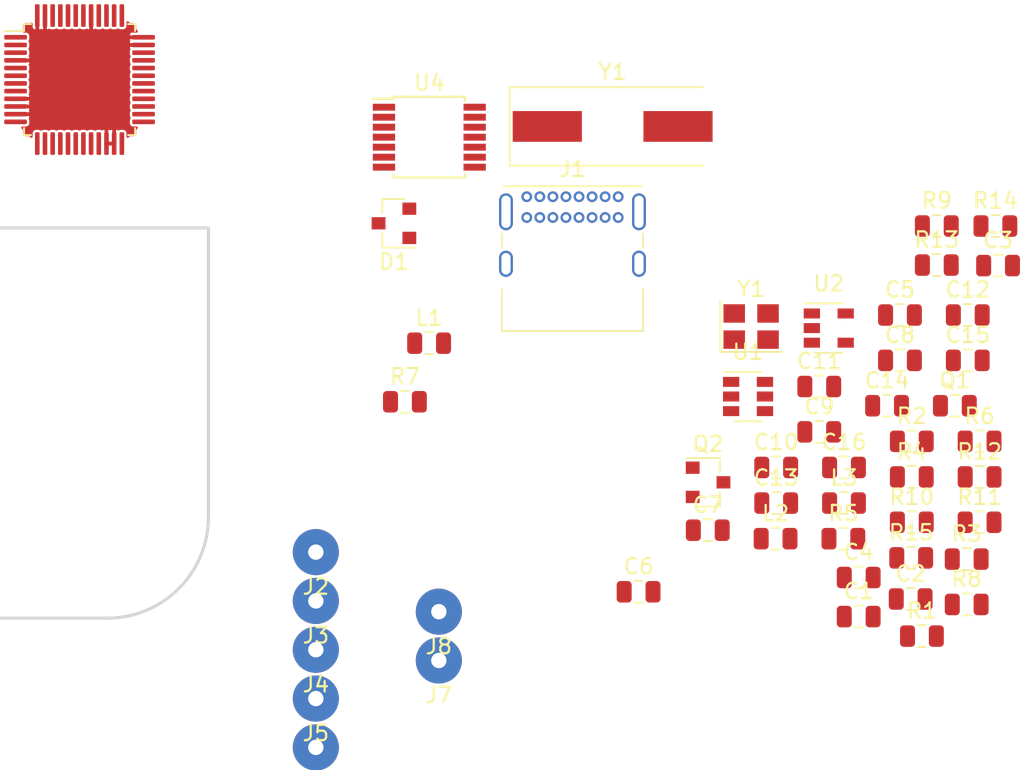
<source format=kicad_pcb>
(kicad_pcb (version 20171130) (host pcbnew 5.1.5+dfsg1-2)

  (general
    (thickness 1.6)
    (drawings 9)
    (tracks 0)
    (zones 0)
    (modules 51)
    (nets 50)
  )

  (page A4)
  (layers
    (0 F.Cu signal)
    (31 B.Cu signal hide)
    (32 B.Adhes user hide)
    (33 F.Adhes user hide)
    (34 B.Paste user hide)
    (35 F.Paste user hide)
    (36 B.SilkS user hide)
    (37 F.SilkS user hide)
    (38 B.Mask user hide)
    (39 F.Mask user hide)
    (40 Dwgs.User user hide)
    (41 Cmts.User user hide)
    (42 Eco1.User user hide)
    (43 Eco2.User user hide)
    (44 Edge.Cuts user hide)
    (45 Margin user hide)
    (46 B.CrtYd user hide)
    (47 F.CrtYd user hide)
    (48 B.Fab user hide)
    (49 F.Fab user hide)
  )

  (setup
    (last_trace_width 0.1524)
    (trace_clearance 0.1524)
    (zone_clearance 0.1524)
    (zone_45_only yes)
    (trace_min 0.1524)
    (via_size 0.508)
    (via_drill 0.254)
    (via_min_size 0.508)
    (via_min_drill 0.254)
    (uvia_size 0.3)
    (uvia_drill 0.1)
    (uvias_allowed no)
    (uvia_min_size 0.2)
    (uvia_min_drill 0.1)
    (edge_width 0.05)
    (segment_width 0.2)
    (pcb_text_width 0.3)
    (pcb_text_size 1.5 1.5)
    (mod_edge_width 0.12)
    (mod_text_size 1 1)
    (mod_text_width 0.15)
    (pad_size 1.524 1.524)
    (pad_drill 0.762)
    (pad_to_mask_clearance 0.051)
    (solder_mask_min_width 0.25)
    (aux_axis_origin 0 0)
    (visible_elements FFFFFF7F)
    (pcbplotparams
      (layerselection 0x010fc_ffffffff)
      (usegerberextensions false)
      (usegerberattributes false)
      (usegerberadvancedattributes false)
      (creategerberjobfile false)
      (excludeedgelayer true)
      (linewidth 0.100000)
      (plotframeref false)
      (viasonmask false)
      (mode 1)
      (useauxorigin false)
      (hpglpennumber 1)
      (hpglpenspeed 20)
      (hpglpendiameter 15.000000)
      (psnegative false)
      (psa4output false)
      (plotreference true)
      (plotvalue true)
      (plotinvisibletext false)
      (padsonsilk false)
      (subtractmaskfromsilk false)
      (outputformat 1)
      (mirror false)
      (drillshape 1)
      (scaleselection 1)
      (outputdirectory ""))
  )

  (net 0 "")
  (net 1 GND)
  (net 2 +3V3)
  (net 3 "Net-(C7-Pad1)")
  (net 4 "Net-(C8-Pad1)")
  (net 5 "Net-(C9-Pad1)")
  (net 6 "Net-(C11-Pad1)")
  (net 7 "Net-(C12-Pad1)")
  (net 8 "Net-(C15-Pad1)")
  (net 9 D-)
  (net 10 D+)
  (net 11 "Net-(L2-Pad1)")
  (net 12 "Net-(J1-PadA5)")
  (net 13 "Net-(J1-PadB5)")
  (net 14 "Net-(R4-Pad1)")
  (net 15 "Net-(R5-Pad2)")
  (net 16 "Net-(R6-Pad2)")
  (net 17 "Net-(R7-Pad1)")
  (net 18 /~PWREN)
  (net 19 /TXD_TCK)
  (net 20 /RXD_TDI)
  (net 21 /SWD_EN)
  (net 22 "Net-(U3-Pad42)")
  (net 23 "Net-(U3-Pad33)")
  (net 24 "Net-(U3-Pad31)")
  (net 25 "Net-(U3-Pad30)")
  (net 26 /~RESET)
  (net 27 "Net-(U3-Pad28)")
  (net 28 "Net-(U3-Pad27)")
  (net 29 "Net-(U3-Pad21)")
  (net 30 "Net-(U3-Pad20)")
  (net 31 "Net-(U3-Pad19)")
  (net 32 "Net-(U3-Pad18)")
  (net 33 "Net-(U3-Pad17)")
  (net 34 /~CTS~_TMS)
  (net 35 /~RTS~_TDO)
  (net 36 /SWDCK)
  (net 37 /SWDIO)
  (net 38 "Net-(C6-Pad1)")
  (net 39 "Net-(Q1-Pad1)")
  (net 40 /~SWD_EN)
  (net 41 "Net-(Q2-Pad1)")
  (net 42 "Net-(R1-Pad2)")
  (net 43 /SWDIO_OE)
  (net 44 /TXD)
  (net 45 3V3_OUT)
  (net 46 "Net-(J1-PadB8)")
  (net 47 "Net-(J1-PadA8)")
  (net 48 "Net-(J7-Pad1)")
  (net 49 "Net-(J8-Pad1)")

  (net_class Default "This is the default net class."
    (clearance 0.1524)
    (trace_width 0.1524)
    (via_dia 0.508)
    (via_drill 0.254)
    (uvia_dia 0.3)
    (uvia_drill 0.1)
    (add_net +3V3)
    (add_net /RXD_TDI)
    (add_net /SWDCK)
    (add_net /SWDIO)
    (add_net /SWDIO_OE)
    (add_net /SWD_EN)
    (add_net /TXD)
    (add_net /TXD_TCK)
    (add_net /~CTS~_TMS)
    (add_net /~PWREN)
    (add_net /~RESET)
    (add_net /~RTS~_TDO)
    (add_net /~SWD_EN)
    (add_net 3V3_OUT)
    (add_net D+)
    (add_net D-)
    (add_net GND)
    (add_net "Net-(C11-Pad1)")
    (add_net "Net-(C12-Pad1)")
    (add_net "Net-(C15-Pad1)")
    (add_net "Net-(C6-Pad1)")
    (add_net "Net-(C7-Pad1)")
    (add_net "Net-(C8-Pad1)")
    (add_net "Net-(C9-Pad1)")
    (add_net "Net-(J1-PadA5)")
    (add_net "Net-(J1-PadA8)")
    (add_net "Net-(J1-PadB5)")
    (add_net "Net-(J1-PadB8)")
    (add_net "Net-(J7-Pad1)")
    (add_net "Net-(J8-Pad1)")
    (add_net "Net-(L2-Pad1)")
    (add_net "Net-(Q1-Pad1)")
    (add_net "Net-(Q2-Pad1)")
    (add_net "Net-(R1-Pad2)")
    (add_net "Net-(R4-Pad1)")
    (add_net "Net-(R5-Pad2)")
    (add_net "Net-(R6-Pad2)")
    (add_net "Net-(R7-Pad1)")
    (add_net "Net-(U3-Pad17)")
    (add_net "Net-(U3-Pad18)")
    (add_net "Net-(U3-Pad19)")
    (add_net "Net-(U3-Pad20)")
    (add_net "Net-(U3-Pad21)")
    (add_net "Net-(U3-Pad27)")
    (add_net "Net-(U3-Pad28)")
    (add_net "Net-(U3-Pad30)")
    (add_net "Net-(U3-Pad31)")
    (add_net "Net-(U3-Pad33)")
    (add_net "Net-(U3-Pad42)")
  )

  (net_class Power ""
    (clearance 0.1524)
    (trace_width 0.25)
    (via_dia 0.8)
    (via_drill 0.5)
    (uvia_dia 0.3)
    (uvia_drill 0.1)
  )

  (module pogopin:pogopin (layer F.Cu) (tedit 5E307795) (tstamp 5E2FA70A)
    (at 175.26 96.2025)
    (path /5E35D987)
    (fp_text reference J8 (at 0 2.25) (layer F.SilkS)
      (effects (font (size 1 1) (thickness 0.15)))
    )
    (fp_text value Conn_01x01_Male (at 0 -2.25) (layer F.Fab) hide
      (effects (font (size 1 1) (thickness 0.15)))
    )
    (pad 1 thru_hole circle (at 0 0) (size 3 3) (drill 1) (layers *.Mask F.Cu)
      (net 49 "Net-(J8-Pad1)"))
    (model ${KIPRJMOD}/pogopin.wrl
      (at (xyz 0 0 0))
      (scale (xyz 0.5 0.5 0.5))
      (rotate (xyz 0 0 0))
    )
  )

  (module pogopin:pogopin (layer F.Cu) (tedit 5E307795) (tstamp 5E2FA705)
    (at 175.259 99.377)
    (path /5E35D97D)
    (fp_text reference J7 (at 0 2.25) (layer F.SilkS)
      (effects (font (size 1 1) (thickness 0.15)))
    )
    (fp_text value Conn_01x01_Male (at 0 -2.25) (layer F.Fab) hide
      (effects (font (size 1 1) (thickness 0.15)))
    )
    (pad 1 thru_hole circle (at 0 0) (size 3 3) (drill 1) (layers *.Mask F.Cu)
      (net 48 "Net-(J7-Pad1)"))
    (model ${KIPRJMOD}/pogopin.wrl
      (at (xyz 0 0 0))
      (scale (xyz 0.5 0.5 0.5))
      (rotate (xyz 0 0 0))
    )
  )

  (module pogopin:pogopin (layer F.Cu) (tedit 5E307795) (tstamp 5E2FA700)
    (at 167.259 105.029)
    (path /5E35D63E)
    (fp_text reference J6 (at 0 2.25) (layer F.SilkS)
      (effects (font (size 1 1) (thickness 0.15)))
    )
    (fp_text value Conn_01x01_Male (at 0 -2.25) (layer F.Fab) hide
      (effects (font (size 1 1) (thickness 0.15)))
    )
    (pad 1 thru_hole circle (at 0 0) (size 3 3) (drill 1) (layers *.Mask F.Cu)
      (net 1 GND))
    (model ${KIPRJMOD}/pogopin.wrl
      (at (xyz 0 0 0))
      (scale (xyz 0.5 0.5 0.5))
      (rotate (xyz 0 0 0))
    )
  )

  (module pogopin:pogopin (layer F.Cu) (tedit 5E307795) (tstamp 5E30D276)
    (at 167.259 101.854)
    (path /5E35D4BD)
    (fp_text reference J5 (at 0 2.25) (layer F.SilkS)
      (effects (font (size 1 1) (thickness 0.15)))
    )
    (fp_text value Conn_01x01_Male (at 0 -2.25) (layer F.Fab) hide
      (effects (font (size 1 1) (thickness 0.15)))
    )
    (pad 1 thru_hole circle (at 0 0) (size 3 3) (drill 1) (layers *.Mask F.Cu)
      (net 36 /SWDCK))
    (model ${KIPRJMOD}/pogopin.wrl
      (at (xyz 0 0 0))
      (scale (xyz 0.5 0.5 0.5))
      (rotate (xyz 0 0 0))
    )
  )

  (module pogopin:pogopin (layer F.Cu) (tedit 5E307795) (tstamp 5E2FA6F6)
    (at 167.259 98.679)
    (path /5E35D2C7)
    (fp_text reference J4 (at 0 2.25) (layer F.SilkS)
      (effects (font (size 1 1) (thickness 0.15)))
    )
    (fp_text value Conn_01x01_Male (at 0 -2.25) (layer F.Fab) hide
      (effects (font (size 1 1) (thickness 0.15)))
    )
    (pad 1 thru_hole circle (at 0 0) (size 3 3) (drill 1) (layers *.Mask F.Cu)
      (net 37 /SWDIO))
    (model ${KIPRJMOD}/pogopin.wrl
      (at (xyz 0 0 0))
      (scale (xyz 0.5 0.5 0.5))
      (rotate (xyz 0 0 0))
    )
  )

  (module pogopin:pogopin (layer F.Cu) (tedit 5E307795) (tstamp 5E30CFA6)
    (at 167.259 95.504)
    (path /5E35D0E1)
    (fp_text reference J3 (at 0 2.25) (layer F.SilkS)
      (effects (font (size 1 1) (thickness 0.15)))
    )
    (fp_text value Conn_01x01_Male (at 0 -2.25) (layer F.Fab) hide
      (effects (font (size 1 1) (thickness 0.15)))
    )
    (pad 1 thru_hole circle (at 0 0) (size 3 3) (drill 1) (layers *.Mask F.Cu)
      (net 45 3V3_OUT))
    (model ${KIPRJMOD}/pogopin.wrl
      (at (xyz 0 0 0))
      (scale (xyz 0.5 0.5 0.5))
      (rotate (xyz 0 0 0))
    )
  )

  (module pogopin:pogopin (layer F.Cu) (tedit 5E307795) (tstamp 5E30CFBB)
    (at 167.259 92.329)
    (path /5E35CB9B)
    (fp_text reference J2 (at 0 2.25) (layer F.SilkS)
      (effects (font (size 1 1) (thickness 0.15)))
    )
    (fp_text value Conn_01x01_Male (at 0 -2.25) (layer F.Fab) hide
      (effects (font (size 1 1) (thickness 0.15)))
    )
    (pad 1 thru_hole circle (at 0 0) (size 3 3) (drill 1) (layers *.Mask F.Cu)
      (net 26 /~RESET))
    (model ${KIPRJMOD}/pogopin.wrl
      (at (xyz 0 0 0))
      (scale (xyz 0.5 0.5 0.5))
      (rotate (xyz 0 0 0))
    )
  )

  (module Crystal:Crystal_SMD_HC49-SD (layer F.Cu) (tedit 5A1AD52C) (tstamp 5E2FF140)
    (at 186.563 64.643)
    (descr "SMD Crystal HC-49-SD http://cdn-reichelt.de/documents/datenblatt/B400/xxx-HC49-SMD.pdf, 11.4x4.7mm^2 package")
    (tags "SMD SMT crystal")
    (path /5E386AFB)
    (attr smd)
    (fp_text reference Y1 (at 0 -3.55) (layer F.SilkS)
      (effects (font (size 1 1) (thickness 0.15)))
    )
    (fp_text value 12MHz (at 0 3.55) (layer F.Fab)
      (effects (font (size 1 1) (thickness 0.15)))
    )
    (fp_arc (start 3.015 0) (end 3.015 -2.115) (angle 180) (layer F.Fab) (width 0.1))
    (fp_arc (start -3.015 0) (end -3.015 -2.115) (angle -180) (layer F.Fab) (width 0.1))
    (fp_line (start 6.8 -2.6) (end -6.8 -2.6) (layer F.CrtYd) (width 0.05))
    (fp_line (start 6.8 2.6) (end 6.8 -2.6) (layer F.CrtYd) (width 0.05))
    (fp_line (start -6.8 2.6) (end 6.8 2.6) (layer F.CrtYd) (width 0.05))
    (fp_line (start -6.8 -2.6) (end -6.8 2.6) (layer F.CrtYd) (width 0.05))
    (fp_line (start -6.7 2.55) (end 5.9 2.55) (layer F.SilkS) (width 0.12))
    (fp_line (start -6.7 -2.55) (end -6.7 2.55) (layer F.SilkS) (width 0.12))
    (fp_line (start 5.9 -2.55) (end -6.7 -2.55) (layer F.SilkS) (width 0.12))
    (fp_line (start -3.015 2.115) (end 3.015 2.115) (layer F.Fab) (width 0.1))
    (fp_line (start -3.015 -2.115) (end 3.015 -2.115) (layer F.Fab) (width 0.1))
    (fp_line (start 5.7 -2.35) (end -5.7 -2.35) (layer F.Fab) (width 0.1))
    (fp_line (start 5.7 2.35) (end 5.7 -2.35) (layer F.Fab) (width 0.1))
    (fp_line (start -5.7 2.35) (end 5.7 2.35) (layer F.Fab) (width 0.1))
    (fp_line (start -5.7 -2.35) (end -5.7 2.35) (layer F.Fab) (width 0.1))
    (fp_text user %R (at 0 0) (layer F.Fab)
      (effects (font (size 1 1) (thickness 0.15)))
    )
    (pad 2 smd rect (at 4.25 0) (size 4.5 2) (layers F.Cu F.Paste F.Mask)
      (net 6 "Net-(C11-Pad1)"))
    (pad 1 smd rect (at -4.25 0) (size 4.5 2) (layers F.Cu F.Paste F.Mask)
      (net 5 "Net-(C9-Pad1)"))
    (model ${KISYS3DMOD}/Crystal.3dshapes/Crystal_SMD_HC49-SD.wrl
      (at (xyz 0 0 0))
      (scale (xyz 1 1 1))
      (rotate (xyz 0 0 0))
    )
  )

  (module Connector_USB:USB_C_Receptacle_GCT_USB4085 (layer F.Cu) (tedit 5BCCCD93) (tstamp 5E2F7C67)
    (at 180.975 69.215)
    (descr "USB 2.0 Type C Receptacle, https://gct.co/Files/Drawings/USB4085.pdf")
    (tags "USB Type-C Receptacle Through-hole Right angle")
    (path /5E17ECD3)
    (fp_text reference J1 (at 2.975 -1.8) (layer F.SilkS)
      (effects (font (size 1 1) (thickness 0.15)))
    )
    (fp_text value USB_C_Receptacle_USB2.0 (at 2.975 9.925) (layer F.Fab)
      (effects (font (size 1 1) (thickness 0.15)))
    )
    (fp_text user %R (at 2.975 4.025) (layer F.Fab)
      (effects (font (size 1 1) (thickness 0.15)))
    )
    (fp_text user "PCB Edge" (at 2.975 6.1) (layer Dwgs.User)
      (effects (font (size 0.5 0.5) (thickness 0.1)))
    )
    (fp_line (start -0.025 6.1) (end 5.975 6.1) (layer F.Fab) (width 0.1))
    (fp_line (start 8.25 -1.06) (end 8.25 9.11) (layer F.CrtYd) (width 0.05))
    (fp_line (start -2.3 -1.06) (end 8.25 -1.06) (layer F.CrtYd) (width 0.05))
    (fp_line (start -2.3 9.11) (end 8.25 9.11) (layer F.CrtYd) (width 0.05))
    (fp_line (start -2.3 -1.06) (end -2.3 9.11) (layer F.CrtYd) (width 0.05))
    (fp_line (start -1.62 2.4) (end -1.62 3.3) (layer F.SilkS) (width 0.12))
    (fp_line (start 7.57 2.4) (end 7.57 3.3) (layer F.SilkS) (width 0.12))
    (fp_line (start -1.62 6) (end -1.62 8.73) (layer F.SilkS) (width 0.12))
    (fp_line (start 7.57 6) (end 7.57 8.73) (layer F.SilkS) (width 0.12))
    (fp_line (start 7.45 -0.56) (end 7.45 8.61) (layer F.Fab) (width 0.1))
    (fp_line (start -1.5 -0.56) (end -1.5 8.61) (layer F.Fab) (width 0.1))
    (fp_line (start -1.5 -0.68) (end 7.45 -0.68) (layer F.SilkS) (width 0.12))
    (fp_line (start -1.62 8.73) (end 7.57 8.73) (layer F.SilkS) (width 0.12))
    (fp_line (start -1.5 8.61) (end 7.45 8.61) (layer F.Fab) (width 0.1))
    (fp_line (start -1.5 -0.56) (end 7.45 -0.56) (layer F.Fab) (width 0.1))
    (pad S1 thru_hole oval (at 7.3 4.36) (size 0.9 1.7) (drill oval 0.6 1.4) (layers *.Cu *.Mask)
      (net 1 GND))
    (pad S1 thru_hole oval (at -1.35 4.36) (size 0.9 1.7) (drill oval 0.6 1.4) (layers *.Cu *.Mask)
      (net 1 GND))
    (pad S1 thru_hole oval (at 7.3 0.98) (size 0.9 2.4) (drill oval 0.6 2.1) (layers *.Cu *.Mask)
      (net 1 GND))
    (pad S1 thru_hole oval (at -1.35 0.98) (size 0.9 2.4) (drill oval 0.6 2.1) (layers *.Cu *.Mask)
      (net 1 GND))
    (pad B6 thru_hole circle (at 3.4 1.35) (size 0.7 0.7) (drill 0.4) (layers *.Cu *.Mask)
      (net 10 D+))
    (pad B1 thru_hole circle (at 5.95 1.35) (size 0.7 0.7) (drill 0.4) (layers *.Cu *.Mask)
      (net 1 GND))
    (pad B4 thru_hole circle (at 5.1 1.35) (size 0.7 0.7) (drill 0.4) (layers *.Cu *.Mask)
      (net 3 "Net-(C7-Pad1)"))
    (pad B5 thru_hole circle (at 4.25 1.35) (size 0.7 0.7) (drill 0.4) (layers *.Cu *.Mask)
      (net 13 "Net-(J1-PadB5)"))
    (pad B12 thru_hole circle (at 0 1.35) (size 0.7 0.7) (drill 0.4) (layers *.Cu *.Mask)
      (net 1 GND))
    (pad B8 thru_hole circle (at 1.7 1.35) (size 0.7 0.7) (drill 0.4) (layers *.Cu *.Mask)
      (net 46 "Net-(J1-PadB8)"))
    (pad B7 thru_hole circle (at 2.55 1.35) (size 0.7 0.7) (drill 0.4) (layers *.Cu *.Mask)
      (net 9 D-))
    (pad B9 thru_hole circle (at 0.85 1.35) (size 0.7 0.7) (drill 0.4) (layers *.Cu *.Mask)
      (net 3 "Net-(C7-Pad1)"))
    (pad A12 thru_hole circle (at 5.95 0) (size 0.7 0.7) (drill 0.4) (layers *.Cu *.Mask)
      (net 1 GND))
    (pad A9 thru_hole circle (at 5.1 0) (size 0.7 0.7) (drill 0.4) (layers *.Cu *.Mask)
      (net 3 "Net-(C7-Pad1)"))
    (pad A8 thru_hole circle (at 4.25 0) (size 0.7 0.7) (drill 0.4) (layers *.Cu *.Mask)
      (net 47 "Net-(J1-PadA8)"))
    (pad A7 thru_hole circle (at 3.4 0) (size 0.7 0.7) (drill 0.4) (layers *.Cu *.Mask)
      (net 9 D-))
    (pad A6 thru_hole circle (at 2.55 0) (size 0.7 0.7) (drill 0.4) (layers *.Cu *.Mask)
      (net 10 D+))
    (pad A5 thru_hole circle (at 1.7 0) (size 0.7 0.7) (drill 0.4) (layers *.Cu *.Mask)
      (net 12 "Net-(J1-PadA5)"))
    (pad A4 thru_hole circle (at 0.85 0) (size 0.7 0.7) (drill 0.4) (layers *.Cu *.Mask)
      (net 3 "Net-(C7-Pad1)"))
    (pad A1 thru_hole circle (at 0 0) (size 0.7 0.7) (drill 0.4) (layers *.Cu *.Mask)
      (net 1 GND))
    (model ${KISYS3DMOD}/Connector_USB.3dshapes/USB_C_Receptacle_GCT_USB4085.wrl
      (at (xyz 0 0 0))
      (scale (xyz 1 1 1))
      (rotate (xyz 0 90 0))
    )
    (model ${KIPRJMOD}/USB4085-GF-A--3DModel-STEP-56544.STEP
      (offset (xyz 3 -4 0))
      (scale (xyz 1 1 1))
      (rotate (xyz -90 0 0))
    )
  )

  (module Crystal:Crystal_SMD_TXC_7M-4Pin_3.2x2.5mm (layer F.Cu) (tedit 5A0FD1B2) (tstamp 5E2FBC26)
    (at 195.569 77.658)
    (descr "SMD Crystal TXC 7M http://www.txccrystal.com/images/pdf/7m-accuracy.pdf, 3.2x2.5mm^2 package")
    (tags "SMD SMT crystal")
    (path /5E89BB5E)
    (attr smd)
    (fp_text reference Y1 (at 0 -2.45) (layer F.SilkS)
      (effects (font (size 1 1) (thickness 0.15)))
    )
    (fp_text value 12MHz (at 0 2.45) (layer F.Fab)
      (effects (font (size 1 1) (thickness 0.15)))
    )
    (fp_line (start 2.1 -1.7) (end -2.1 -1.7) (layer F.CrtYd) (width 0.05))
    (fp_line (start 2.1 1.7) (end 2.1 -1.7) (layer F.CrtYd) (width 0.05))
    (fp_line (start -2.1 1.7) (end 2.1 1.7) (layer F.CrtYd) (width 0.05))
    (fp_line (start -2.1 -1.7) (end -2.1 1.7) (layer F.CrtYd) (width 0.05))
    (fp_line (start -2 1.65) (end 2 1.65) (layer F.SilkS) (width 0.12))
    (fp_line (start -2 -1.65) (end -2 1.65) (layer F.SilkS) (width 0.12))
    (fp_line (start -1.6 0.25) (end -0.6 1.25) (layer F.Fab) (width 0.1))
    (fp_line (start 1.6 -1.25) (end -1.6 -1.25) (layer F.Fab) (width 0.1))
    (fp_line (start 1.6 1.25) (end 1.6 -1.25) (layer F.Fab) (width 0.1))
    (fp_line (start -1.6 1.25) (end 1.6 1.25) (layer F.Fab) (width 0.1))
    (fp_line (start -1.6 -1.25) (end -1.6 1.25) (layer F.Fab) (width 0.1))
    (fp_text user %R (at 0 0) (layer F.Fab)
      (effects (font (size 0.7 0.7) (thickness 0.105)))
    )
    (pad 4 smd rect (at -1.1 -0.85) (size 1.4 1.2) (layers F.Cu F.Paste F.Mask)
      (net 1 GND))
    (pad 3 smd rect (at 1.1 -0.85) (size 1.4 1.2) (layers F.Cu F.Paste F.Mask)
      (net 6 "Net-(C11-Pad1)"))
    (pad 2 smd rect (at 1.1 0.85) (size 1.4 1.2) (layers F.Cu F.Paste F.Mask)
      (net 1 GND))
    (pad 1 smd rect (at -1.1 0.85) (size 1.4 1.2) (layers F.Cu F.Paste F.Mask)
      (net 5 "Net-(C9-Pad1)"))
    (model ${KISYS3DMOD}/Crystal.3dshapes/Crystal_SMD_TXC_7M-4Pin_3.2x2.5mm.wrl
      (at (xyz 0 0 0))
      (scale (xyz 1 1 1))
      (rotate (xyz 0 0 0))
    )
  )

  (module Package_SO:TSSOP-14_4.4x5mm_P0.65mm (layer F.Cu) (tedit 5A02F25C) (tstamp 5E2F5E6E)
    (at 174.639 65.343)
    (descr "14-Lead Plastic Thin Shrink Small Outline (ST)-4.4 mm Body [TSSOP] (see Microchip Packaging Specification 00000049BS.pdf)")
    (tags "SSOP 0.65")
    (path /5E0DB15B)
    (attr smd)
    (fp_text reference U4 (at 0 -3.55) (layer F.SilkS)
      (effects (font (size 1 1) (thickness 0.15)))
    )
    (fp_text value 74LVC126 (at 0 3.55) (layer F.Fab)
      (effects (font (size 1 1) (thickness 0.15)))
    )
    (fp_text user %R (at 0 0) (layer F.Fab)
      (effects (font (size 0.8 0.8) (thickness 0.15)))
    )
    (fp_line (start -2.325 -2.5) (end -3.675 -2.5) (layer F.SilkS) (width 0.15))
    (fp_line (start -2.325 2.625) (end 2.325 2.625) (layer F.SilkS) (width 0.15))
    (fp_line (start -2.325 -2.625) (end 2.325 -2.625) (layer F.SilkS) (width 0.15))
    (fp_line (start -2.325 2.625) (end -2.325 2.4) (layer F.SilkS) (width 0.15))
    (fp_line (start 2.325 2.625) (end 2.325 2.4) (layer F.SilkS) (width 0.15))
    (fp_line (start 2.325 -2.625) (end 2.325 -2.4) (layer F.SilkS) (width 0.15))
    (fp_line (start -2.325 -2.625) (end -2.325 -2.5) (layer F.SilkS) (width 0.15))
    (fp_line (start -3.95 2.8) (end 3.95 2.8) (layer F.CrtYd) (width 0.05))
    (fp_line (start -3.95 -2.8) (end 3.95 -2.8) (layer F.CrtYd) (width 0.05))
    (fp_line (start 3.95 -2.8) (end 3.95 2.8) (layer F.CrtYd) (width 0.05))
    (fp_line (start -3.95 -2.8) (end -3.95 2.8) (layer F.CrtYd) (width 0.05))
    (fp_line (start -2.2 -1.5) (end -1.2 -2.5) (layer F.Fab) (width 0.15))
    (fp_line (start -2.2 2.5) (end -2.2 -1.5) (layer F.Fab) (width 0.15))
    (fp_line (start 2.2 2.5) (end -2.2 2.5) (layer F.Fab) (width 0.15))
    (fp_line (start 2.2 -2.5) (end 2.2 2.5) (layer F.Fab) (width 0.15))
    (fp_line (start -1.2 -2.5) (end 2.2 -2.5) (layer F.Fab) (width 0.15))
    (pad 14 smd rect (at 2.95 -1.95) (size 1.45 0.45) (layers F.Cu F.Paste F.Mask)
      (net 45 3V3_OUT))
    (pad 13 smd rect (at 2.95 -1.3) (size 1.45 0.45) (layers F.Cu F.Paste F.Mask)
      (net 21 /SWD_EN))
    (pad 12 smd rect (at 2.95 -0.65) (size 1.45 0.45) (layers F.Cu F.Paste F.Mask)
      (net 19 /TXD_TCK))
    (pad 11 smd rect (at 2.95 0) (size 1.45 0.45) (layers F.Cu F.Paste F.Mask)
      (net 36 /SWDCK))
    (pad 10 smd rect (at 2.95 0.65) (size 1.45 0.45) (layers F.Cu F.Paste F.Mask)
      (net 40 /~SWD_EN))
    (pad 9 smd rect (at 2.95 1.3) (size 1.45 0.45) (layers F.Cu F.Paste F.Mask)
      (net 19 /TXD_TCK))
    (pad 8 smd rect (at 2.95 1.95) (size 1.45 0.45) (layers F.Cu F.Paste F.Mask)
      (net 44 /TXD))
    (pad 7 smd rect (at -2.95 1.95) (size 1.45 0.45) (layers F.Cu F.Paste F.Mask)
      (net 1 GND))
    (pad 6 smd rect (at -2.95 1.3) (size 1.45 0.45) (layers F.Cu F.Paste F.Mask)
      (net 37 /SWDIO))
    (pad 5 smd rect (at -2.95 0.65) (size 1.45 0.45) (layers F.Cu F.Paste F.Mask)
      (net 20 /RXD_TDI))
    (pad 4 smd rect (at -2.95 0) (size 1.45 0.45) (layers F.Cu F.Paste F.Mask)
      (net 43 /SWDIO_OE))
    (pad 3 smd rect (at -2.95 -0.65) (size 1.45 0.45) (layers F.Cu F.Paste F.Mask)
      (net 35 /~RTS~_TDO))
    (pad 2 smd rect (at -2.95 -1.3) (size 1.45 0.45) (layers F.Cu F.Paste F.Mask)
      (net 37 /SWDIO))
    (pad 1 smd rect (at -2.95 -1.95) (size 1.45 0.45) (layers F.Cu F.Paste F.Mask)
      (net 21 /SWD_EN))
    (model ${KISYS3DMOD}/Package_SO.3dshapes/TSSOP-14_4.4x5mm_P0.65mm.wrl
      (at (xyz 0 0 0))
      (scale (xyz 1 1 1))
      (rotate (xyz 0 0 0))
    )
  )

  (module Package_QFP:LQFP-48_7x7mm_P0.5mm (layer F.Cu) (tedit 5D9F72AF) (tstamp 5E2F5E4B)
    (at 151.892 61.595)
    (descr "LQFP, 48 Pin (https://www.analog.com/media/en/technical-documentation/data-sheets/ltc2358-16.pdf), generated with kicad-footprint-generator ipc_gullwing_generator.py")
    (tags "LQFP QFP")
    (path /5E0B75AF)
    (attr smd)
    (fp_text reference U3 (at 0 -5.85) (layer F.SilkS)
      (effects (font (size 1 1) (thickness 0.15)))
    )
    (fp_text value FT232H (at 0 5.85) (layer F.Fab)
      (effects (font (size 1 1) (thickness 0.15)))
    )
    (fp_text user %R (at 0 0) (layer F.Fab)
      (effects (font (size 1 1) (thickness 0.15)))
    )
    (fp_line (start 5.15 3.15) (end 5.15 0) (layer F.CrtYd) (width 0.05))
    (fp_line (start 3.75 3.15) (end 5.15 3.15) (layer F.CrtYd) (width 0.05))
    (fp_line (start 3.75 3.75) (end 3.75 3.15) (layer F.CrtYd) (width 0.05))
    (fp_line (start 3.15 3.75) (end 3.75 3.75) (layer F.CrtYd) (width 0.05))
    (fp_line (start 3.15 5.15) (end 3.15 3.75) (layer F.CrtYd) (width 0.05))
    (fp_line (start 0 5.15) (end 3.15 5.15) (layer F.CrtYd) (width 0.05))
    (fp_line (start -5.15 3.15) (end -5.15 0) (layer F.CrtYd) (width 0.05))
    (fp_line (start -3.75 3.15) (end -5.15 3.15) (layer F.CrtYd) (width 0.05))
    (fp_line (start -3.75 3.75) (end -3.75 3.15) (layer F.CrtYd) (width 0.05))
    (fp_line (start -3.15 3.75) (end -3.75 3.75) (layer F.CrtYd) (width 0.05))
    (fp_line (start -3.15 5.15) (end -3.15 3.75) (layer F.CrtYd) (width 0.05))
    (fp_line (start 0 5.15) (end -3.15 5.15) (layer F.CrtYd) (width 0.05))
    (fp_line (start 5.15 -3.15) (end 5.15 0) (layer F.CrtYd) (width 0.05))
    (fp_line (start 3.75 -3.15) (end 5.15 -3.15) (layer F.CrtYd) (width 0.05))
    (fp_line (start 3.75 -3.75) (end 3.75 -3.15) (layer F.CrtYd) (width 0.05))
    (fp_line (start 3.15 -3.75) (end 3.75 -3.75) (layer F.CrtYd) (width 0.05))
    (fp_line (start 3.15 -5.15) (end 3.15 -3.75) (layer F.CrtYd) (width 0.05))
    (fp_line (start 0 -5.15) (end 3.15 -5.15) (layer F.CrtYd) (width 0.05))
    (fp_line (start -5.15 -3.15) (end -5.15 0) (layer F.CrtYd) (width 0.05))
    (fp_line (start -3.75 -3.15) (end -5.15 -3.15) (layer F.CrtYd) (width 0.05))
    (fp_line (start -3.75 -3.75) (end -3.75 -3.15) (layer F.CrtYd) (width 0.05))
    (fp_line (start -3.15 -3.75) (end -3.75 -3.75) (layer F.CrtYd) (width 0.05))
    (fp_line (start -3.15 -5.15) (end -3.15 -3.75) (layer F.CrtYd) (width 0.05))
    (fp_line (start 0 -5.15) (end -3.15 -5.15) (layer F.CrtYd) (width 0.05))
    (fp_line (start -3.5 -2.5) (end -2.5 -3.5) (layer F.Fab) (width 0.1))
    (fp_line (start -3.5 3.5) (end -3.5 -2.5) (layer F.Fab) (width 0.1))
    (fp_line (start 3.5 3.5) (end -3.5 3.5) (layer F.Fab) (width 0.1))
    (fp_line (start 3.5 -3.5) (end 3.5 3.5) (layer F.Fab) (width 0.1))
    (fp_line (start -2.5 -3.5) (end 3.5 -3.5) (layer F.Fab) (width 0.1))
    (fp_line (start -3.61 -3.16) (end -4.9 -3.16) (layer F.SilkS) (width 0.12))
    (fp_line (start -3.61 -3.61) (end -3.61 -3.16) (layer F.SilkS) (width 0.12))
    (fp_line (start -3.16 -3.61) (end -3.61 -3.61) (layer F.SilkS) (width 0.12))
    (fp_line (start 3.61 -3.61) (end 3.61 -3.16) (layer F.SilkS) (width 0.12))
    (fp_line (start 3.16 -3.61) (end 3.61 -3.61) (layer F.SilkS) (width 0.12))
    (fp_line (start -3.61 3.61) (end -3.61 3.16) (layer F.SilkS) (width 0.12))
    (fp_line (start -3.16 3.61) (end -3.61 3.61) (layer F.SilkS) (width 0.12))
    (fp_line (start 3.61 3.61) (end 3.61 3.16) (layer F.SilkS) (width 0.12))
    (fp_line (start 3.16 3.61) (end 3.61 3.61) (layer F.SilkS) (width 0.12))
    (pad 48 smd roundrect (at -2.75 -4.1625) (size 0.3 1.475) (layers F.Cu F.Paste F.Mask) (roundrect_rratio 0.25)
      (net 1 GND))
    (pad 47 smd roundrect (at -2.25 -4.1625) (size 0.3 1.475) (layers F.Cu F.Paste F.Mask) (roundrect_rratio 0.25)
      (net 1 GND))
    (pad 46 smd roundrect (at -1.75 -4.1625) (size 0.3 1.475) (layers F.Cu F.Paste F.Mask) (roundrect_rratio 0.25)
      (net 2 +3V3))
    (pad 45 smd roundrect (at -1.25 -4.1625) (size 0.3 1.475) (layers F.Cu F.Paste F.Mask) (roundrect_rratio 0.25)
      (net 16 "Net-(R6-Pad2)"))
    (pad 44 smd roundrect (at -0.75 -4.1625) (size 0.3 1.475) (layers F.Cu F.Paste F.Mask) (roundrect_rratio 0.25)
      (net 15 "Net-(R5-Pad2)"))
    (pad 43 smd roundrect (at -0.25 -4.1625) (size 0.3 1.475) (layers F.Cu F.Paste F.Mask) (roundrect_rratio 0.25)
      (net 14 "Net-(R4-Pad1)"))
    (pad 42 smd roundrect (at 0.25 -4.1625) (size 0.3 1.475) (layers F.Cu F.Paste F.Mask) (roundrect_rratio 0.25)
      (net 22 "Net-(U3-Pad42)"))
    (pad 41 smd roundrect (at 0.75 -4.1625) (size 0.3 1.475) (layers F.Cu F.Paste F.Mask) (roundrect_rratio 0.25)
      (net 1 GND))
    (pad 40 smd roundrect (at 1.25 -4.1625) (size 0.3 1.475) (layers F.Cu F.Paste F.Mask) (roundrect_rratio 0.25)
      (net 2 +3V3))
    (pad 39 smd roundrect (at 1.75 -4.1625) (size 0.3 1.475) (layers F.Cu F.Paste F.Mask) (roundrect_rratio 0.25)
      (net 2 +3V3))
    (pad 38 smd roundrect (at 2.25 -4.1625) (size 0.3 1.475) (layers F.Cu F.Paste F.Mask) (roundrect_rratio 0.25)
      (net 38 "Net-(C6-Pad1)"))
    (pad 37 smd roundrect (at 2.75 -4.1625) (size 0.3 1.475) (layers F.Cu F.Paste F.Mask) (roundrect_rratio 0.25)
      (net 4 "Net-(C8-Pad1)"))
    (pad 36 smd roundrect (at 4.1625 -2.75) (size 1.475 0.3) (layers F.Cu F.Paste F.Mask) (roundrect_rratio 0.25)
      (net 1 GND))
    (pad 35 smd roundrect (at 4.1625 -2.25) (size 1.475 0.3) (layers F.Cu F.Paste F.Mask) (roundrect_rratio 0.25)
      (net 1 GND))
    (pad 34 smd roundrect (at 4.1625 -1.75) (size 1.475 0.3) (layers F.Cu F.Paste F.Mask) (roundrect_rratio 0.25)
      (net 2 +3V3))
    (pad 33 smd roundrect (at 4.1625 -1.25) (size 1.475 0.3) (layers F.Cu F.Paste F.Mask) (roundrect_rratio 0.25)
      (net 23 "Net-(U3-Pad33)"))
    (pad 32 smd roundrect (at 4.1625 -0.75) (size 1.475 0.3) (layers F.Cu F.Paste F.Mask) (roundrect_rratio 0.25)
      (net 18 /~PWREN))
    (pad 31 smd roundrect (at 4.1625 -0.25) (size 1.475 0.3) (layers F.Cu F.Paste F.Mask) (roundrect_rratio 0.25)
      (net 24 "Net-(U3-Pad31)"))
    (pad 30 smd roundrect (at 4.1625 0.25) (size 1.475 0.3) (layers F.Cu F.Paste F.Mask) (roundrect_rratio 0.25)
      (net 25 "Net-(U3-Pad30)"))
    (pad 29 smd roundrect (at 4.1625 0.75) (size 1.475 0.3) (layers F.Cu F.Paste F.Mask) (roundrect_rratio 0.25)
      (net 26 /~RESET))
    (pad 28 smd roundrect (at 4.1625 1.25) (size 1.475 0.3) (layers F.Cu F.Paste F.Mask) (roundrect_rratio 0.25)
      (net 27 "Net-(U3-Pad28)"))
    (pad 27 smd roundrect (at 4.1625 1.75) (size 1.475 0.3) (layers F.Cu F.Paste F.Mask) (roundrect_rratio 0.25)
      (net 28 "Net-(U3-Pad27)"))
    (pad 26 smd roundrect (at 4.1625 2.25) (size 1.475 0.3) (layers F.Cu F.Paste F.Mask) (roundrect_rratio 0.25)
      (net 43 /SWDIO_OE))
    (pad 25 smd roundrect (at 4.1625 2.75) (size 1.475 0.3) (layers F.Cu F.Paste F.Mask) (roundrect_rratio 0.25)
      (net 21 /SWD_EN))
    (pad 24 smd roundrect (at 2.75 4.1625) (size 0.3 1.475) (layers F.Cu F.Paste F.Mask) (roundrect_rratio 0.25)
      (net 2 +3V3))
    (pad 23 smd roundrect (at 2.25 4.1625) (size 0.3 1.475) (layers F.Cu F.Paste F.Mask) (roundrect_rratio 0.25)
      (net 1 GND))
    (pad 22 smd roundrect (at 1.75 4.1625) (size 0.3 1.475) (layers F.Cu F.Paste F.Mask) (roundrect_rratio 0.25)
      (net 1 GND))
    (pad 21 smd roundrect (at 1.25 4.1625) (size 0.3 1.475) (layers F.Cu F.Paste F.Mask) (roundrect_rratio 0.25)
      (net 29 "Net-(U3-Pad21)"))
    (pad 20 smd roundrect (at 0.75 4.1625) (size 0.3 1.475) (layers F.Cu F.Paste F.Mask) (roundrect_rratio 0.25)
      (net 30 "Net-(U3-Pad20)"))
    (pad 19 smd roundrect (at 0.25 4.1625) (size 0.3 1.475) (layers F.Cu F.Paste F.Mask) (roundrect_rratio 0.25)
      (net 31 "Net-(U3-Pad19)"))
    (pad 18 smd roundrect (at -0.25 4.1625) (size 0.3 1.475) (layers F.Cu F.Paste F.Mask) (roundrect_rratio 0.25)
      (net 32 "Net-(U3-Pad18)"))
    (pad 17 smd roundrect (at -0.75 4.1625) (size 0.3 1.475) (layers F.Cu F.Paste F.Mask) (roundrect_rratio 0.25)
      (net 33 "Net-(U3-Pad17)"))
    (pad 16 smd roundrect (at -1.25 4.1625) (size 0.3 1.475) (layers F.Cu F.Paste F.Mask) (roundrect_rratio 0.25)
      (net 34 /~CTS~_TMS))
    (pad 15 smd roundrect (at -1.75 4.1625) (size 0.3 1.475) (layers F.Cu F.Paste F.Mask) (roundrect_rratio 0.25)
      (net 35 /~RTS~_TDO))
    (pad 14 smd roundrect (at -2.25 4.1625) (size 0.3 1.475) (layers F.Cu F.Paste F.Mask) (roundrect_rratio 0.25)
      (net 20 /RXD_TDI))
    (pad 13 smd roundrect (at -2.75 4.1625) (size 0.3 1.475) (layers F.Cu F.Paste F.Mask) (roundrect_rratio 0.25)
      (net 19 /TXD_TCK))
    (pad 12 smd roundrect (at -4.1625 2.75) (size 1.475 0.3) (layers F.Cu F.Paste F.Mask) (roundrect_rratio 0.25)
      (net 2 +3V3))
    (pad 11 smd roundrect (at -4.1625 2.25) (size 1.475 0.3) (layers F.Cu F.Paste F.Mask) (roundrect_rratio 0.25)
      (net 1 GND))
    (pad 10 smd roundrect (at -4.1625 1.75) (size 1.475 0.3) (layers F.Cu F.Paste F.Mask) (roundrect_rratio 0.25)
      (net 1 GND))
    (pad 9 smd roundrect (at -4.1625 1.25) (size 1.475 0.3) (layers F.Cu F.Paste F.Mask) (roundrect_rratio 0.25)
      (net 1 GND))
    (pad 8 smd roundrect (at -4.1625 0.75) (size 1.475 0.3) (layers F.Cu F.Paste F.Mask) (roundrect_rratio 0.25)
      (net 8 "Net-(C15-Pad1)"))
    (pad 7 smd roundrect (at -4.1625 0.25) (size 1.475 0.3) (layers F.Cu F.Paste F.Mask) (roundrect_rratio 0.25)
      (net 10 D+))
    (pad 6 smd roundrect (at -4.1625 -0.25) (size 1.475 0.3) (layers F.Cu F.Paste F.Mask) (roundrect_rratio 0.25)
      (net 9 D-))
    (pad 5 smd roundrect (at -4.1625 -0.75) (size 1.475 0.3) (layers F.Cu F.Paste F.Mask) (roundrect_rratio 0.25)
      (net 17 "Net-(R7-Pad1)"))
    (pad 4 smd roundrect (at -4.1625 -1.25) (size 1.475 0.3) (layers F.Cu F.Paste F.Mask) (roundrect_rratio 0.25)
      (net 1 GND))
    (pad 3 smd roundrect (at -4.1625 -1.75) (size 1.475 0.3) (layers F.Cu F.Paste F.Mask) (roundrect_rratio 0.25)
      (net 7 "Net-(C12-Pad1)"))
    (pad 2 smd roundrect (at -4.1625 -2.25) (size 1.475 0.3) (layers F.Cu F.Paste F.Mask) (roundrect_rratio 0.25)
      (net 6 "Net-(C11-Pad1)"))
    (pad 1 smd roundrect (at -4.1625 -2.75) (size 1.475 0.3) (layers F.Cu F.Paste F.Mask) (roundrect_rratio 0.25)
      (net 5 "Net-(C9-Pad1)"))
    (model ${KISYS3DMOD}/Package_QFP.3dshapes/LQFP-48_7x7mm_P0.5mm.wrl
      (at (xyz 0 0 0))
      (scale (xyz 1 1 1))
      (rotate (xyz 0 0 0))
    )
  )

  (module Package_TO_SOT_SMD:SOT-23-5 (layer F.Cu) (tedit 5A02FF57) (tstamp 5E2F5DF0)
    (at 200.619 77.758)
    (descr "5-pin SOT23 package")
    (tags SOT-23-5)
    (path /5E7F89E1)
    (attr smd)
    (fp_text reference U2 (at 0 -2.9) (layer F.SilkS)
      (effects (font (size 1 1) (thickness 0.15)))
    )
    (fp_text value MCP1603-OS (at 0 2.9) (layer F.Fab)
      (effects (font (size 1 1) (thickness 0.15)))
    )
    (fp_line (start 0.9 -1.55) (end 0.9 1.55) (layer F.Fab) (width 0.1))
    (fp_line (start 0.9 1.55) (end -0.9 1.55) (layer F.Fab) (width 0.1))
    (fp_line (start -0.9 -0.9) (end -0.9 1.55) (layer F.Fab) (width 0.1))
    (fp_line (start 0.9 -1.55) (end -0.25 -1.55) (layer F.Fab) (width 0.1))
    (fp_line (start -0.9 -0.9) (end -0.25 -1.55) (layer F.Fab) (width 0.1))
    (fp_line (start -1.9 1.8) (end -1.9 -1.8) (layer F.CrtYd) (width 0.05))
    (fp_line (start 1.9 1.8) (end -1.9 1.8) (layer F.CrtYd) (width 0.05))
    (fp_line (start 1.9 -1.8) (end 1.9 1.8) (layer F.CrtYd) (width 0.05))
    (fp_line (start -1.9 -1.8) (end 1.9 -1.8) (layer F.CrtYd) (width 0.05))
    (fp_line (start 0.9 -1.61) (end -1.55 -1.61) (layer F.SilkS) (width 0.12))
    (fp_line (start -0.9 1.61) (end 0.9 1.61) (layer F.SilkS) (width 0.12))
    (fp_text user %R (at 0 0 90) (layer F.Fab)
      (effects (font (size 0.5 0.5) (thickness 0.075)))
    )
    (pad 5 smd rect (at 1.1 -0.95) (size 1.06 0.65) (layers F.Cu F.Paste F.Mask)
      (net 11 "Net-(L2-Pad1)"))
    (pad 4 smd rect (at 1.1 0.95) (size 1.06 0.65) (layers F.Cu F.Paste F.Mask)
      (net 2 +3V3))
    (pad 3 smd rect (at -1.1 0.95) (size 1.06 0.65) (layers F.Cu F.Paste F.Mask)
      (net 3 "Net-(C7-Pad1)"))
    (pad 2 smd rect (at -1.1 0) (size 1.06 0.65) (layers F.Cu F.Paste F.Mask)
      (net 1 GND))
    (pad 1 smd rect (at -1.1 -0.95) (size 1.06 0.65) (layers F.Cu F.Paste F.Mask)
      (net 3 "Net-(C7-Pad1)"))
    (model ${KISYS3DMOD}/Package_TO_SOT_SMD.3dshapes/SOT-23-5.wrl
      (at (xyz 0 0 0))
      (scale (xyz 1 1 1))
      (rotate (xyz 0 0 0))
    )
  )

  (module Package_TO_SOT_SMD:SOT-23-6 (layer F.Cu) (tedit 5A02FF57) (tstamp 5E2F5DDB)
    (at 195.369 82.208)
    (descr "6-pin SOT-23 package")
    (tags SOT-23-6)
    (path /5E85D474)
    (attr smd)
    (fp_text reference U1 (at 0 -2.9) (layer F.SilkS)
      (effects (font (size 1 1) (thickness 0.15)))
    )
    (fp_text value 93LCxxBxxOT (at 0 2.9) (layer F.Fab)
      (effects (font (size 1 1) (thickness 0.15)))
    )
    (fp_line (start 0.9 -1.55) (end 0.9 1.55) (layer F.Fab) (width 0.1))
    (fp_line (start 0.9 1.55) (end -0.9 1.55) (layer F.Fab) (width 0.1))
    (fp_line (start -0.9 -0.9) (end -0.9 1.55) (layer F.Fab) (width 0.1))
    (fp_line (start 0.9 -1.55) (end -0.25 -1.55) (layer F.Fab) (width 0.1))
    (fp_line (start -0.9 -0.9) (end -0.25 -1.55) (layer F.Fab) (width 0.1))
    (fp_line (start -1.9 -1.8) (end -1.9 1.8) (layer F.CrtYd) (width 0.05))
    (fp_line (start -1.9 1.8) (end 1.9 1.8) (layer F.CrtYd) (width 0.05))
    (fp_line (start 1.9 1.8) (end 1.9 -1.8) (layer F.CrtYd) (width 0.05))
    (fp_line (start 1.9 -1.8) (end -1.9 -1.8) (layer F.CrtYd) (width 0.05))
    (fp_line (start 0.9 -1.61) (end -1.55 -1.61) (layer F.SilkS) (width 0.12))
    (fp_line (start -0.9 1.61) (end 0.9 1.61) (layer F.SilkS) (width 0.12))
    (fp_text user %R (at 0 0 90) (layer F.Fab)
      (effects (font (size 0.5 0.5) (thickness 0.075)))
    )
    (pad 5 smd rect (at 1.1 0) (size 1.06 0.65) (layers F.Cu F.Paste F.Mask)
      (net 16 "Net-(R6-Pad2)"))
    (pad 6 smd rect (at 1.1 -0.95) (size 1.06 0.65) (layers F.Cu F.Paste F.Mask)
      (net 2 +3V3))
    (pad 4 smd rect (at 1.1 0.95) (size 1.06 0.65) (layers F.Cu F.Paste F.Mask)
      (net 15 "Net-(R5-Pad2)"))
    (pad 3 smd rect (at -1.1 0.95) (size 1.06 0.65) (layers F.Cu F.Paste F.Mask)
      (net 14 "Net-(R4-Pad1)"))
    (pad 2 smd rect (at -1.1 0) (size 1.06 0.65) (layers F.Cu F.Paste F.Mask)
      (net 1 GND))
    (pad 1 smd rect (at -1.1 -0.95) (size 1.06 0.65) (layers F.Cu F.Paste F.Mask)
      (net 42 "Net-(R1-Pad2)"))
    (model ${KISYS3DMOD}/Package_TO_SOT_SMD.3dshapes/SOT-23-6.wrl
      (at (xyz 0 0 0))
      (scale (xyz 1 1 1))
      (rotate (xyz 0 0 0))
    )
  )

  (module Resistor_SMD:R_0805_2012Metric (layer F.Cu) (tedit 5B36C52B) (tstamp 5E2F5DC5)
    (at 205.979 92.703)
    (descr "Resistor SMD 0805 (2012 Metric), square (rectangular) end terminal, IPC_7351 nominal, (Body size source: https://docs.google.com/spreadsheets/d/1BsfQQcO9C6DZCsRaXUlFlo91Tg2WpOkGARC1WS5S8t0/edit?usp=sharing), generated with kicad-footprint-generator")
    (tags resistor)
    (path /5E14B352)
    (attr smd)
    (fp_text reference R15 (at 0 -1.65) (layer F.SilkS)
      (effects (font (size 1 1) (thickness 0.15)))
    )
    (fp_text value 2k (at 0 1.65) (layer F.Fab)
      (effects (font (size 1 1) (thickness 0.15)))
    )
    (fp_text user %R (at 0 0) (layer F.Fab)
      (effects (font (size 0.5 0.5) (thickness 0.08)))
    )
    (fp_line (start 1.68 0.95) (end -1.68 0.95) (layer F.CrtYd) (width 0.05))
    (fp_line (start 1.68 -0.95) (end 1.68 0.95) (layer F.CrtYd) (width 0.05))
    (fp_line (start -1.68 -0.95) (end 1.68 -0.95) (layer F.CrtYd) (width 0.05))
    (fp_line (start -1.68 0.95) (end -1.68 -0.95) (layer F.CrtYd) (width 0.05))
    (fp_line (start -0.258578 0.71) (end 0.258578 0.71) (layer F.SilkS) (width 0.12))
    (fp_line (start -0.258578 -0.71) (end 0.258578 -0.71) (layer F.SilkS) (width 0.12))
    (fp_line (start 1 0.6) (end -1 0.6) (layer F.Fab) (width 0.1))
    (fp_line (start 1 -0.6) (end 1 0.6) (layer F.Fab) (width 0.1))
    (fp_line (start -1 -0.6) (end 1 -0.6) (layer F.Fab) (width 0.1))
    (fp_line (start -1 0.6) (end -1 -0.6) (layer F.Fab) (width 0.1))
    (pad 2 smd roundrect (at 0.9375 0) (size 0.975 1.4) (layers F.Cu F.Paste F.Mask) (roundrect_rratio 0.25)
      (net 20 /RXD_TDI))
    (pad 1 smd roundrect (at -0.9375 0) (size 0.975 1.4) (layers F.Cu F.Paste F.Mask) (roundrect_rratio 0.25)
      (net 49 "Net-(J8-Pad1)"))
    (model ${KISYS3DMOD}/Resistor_SMD.3dshapes/R_0805_2012Metric.wrl
      (at (xyz 0 0 0))
      (scale (xyz 1 1 1))
      (rotate (xyz 0 0 0))
    )
  )

  (module Resistor_SMD:R_0805_2012Metric (layer F.Cu) (tedit 5B36C52B) (tstamp 5E2F62E4)
    (at 211.455 71.12)
    (descr "Resistor SMD 0805 (2012 Metric), square (rectangular) end terminal, IPC_7351 nominal, (Body size source: https://docs.google.com/spreadsheets/d/1BsfQQcO9C6DZCsRaXUlFlo91Tg2WpOkGARC1WS5S8t0/edit?usp=sharing), generated with kicad-footprint-generator")
    (tags resistor)
    (path /5E14B348)
    (attr smd)
    (fp_text reference R14 (at 0 -1.65) (layer F.SilkS)
      (effects (font (size 1 1) (thickness 0.15)))
    )
    (fp_text value 2k (at 0 1.65) (layer F.Fab)
      (effects (font (size 1 1) (thickness 0.15)))
    )
    (fp_text user %R (at 0 0) (layer F.Fab)
      (effects (font (size 0.5 0.5) (thickness 0.08)))
    )
    (fp_line (start 1.68 0.95) (end -1.68 0.95) (layer F.CrtYd) (width 0.05))
    (fp_line (start 1.68 -0.95) (end 1.68 0.95) (layer F.CrtYd) (width 0.05))
    (fp_line (start -1.68 -0.95) (end 1.68 -0.95) (layer F.CrtYd) (width 0.05))
    (fp_line (start -1.68 0.95) (end -1.68 -0.95) (layer F.CrtYd) (width 0.05))
    (fp_line (start -0.258578 0.71) (end 0.258578 0.71) (layer F.SilkS) (width 0.12))
    (fp_line (start -0.258578 -0.71) (end 0.258578 -0.71) (layer F.SilkS) (width 0.12))
    (fp_line (start 1 0.6) (end -1 0.6) (layer F.Fab) (width 0.1))
    (fp_line (start 1 -0.6) (end 1 0.6) (layer F.Fab) (width 0.1))
    (fp_line (start -1 -0.6) (end 1 -0.6) (layer F.Fab) (width 0.1))
    (fp_line (start -1 0.6) (end -1 -0.6) (layer F.Fab) (width 0.1))
    (pad 2 smd roundrect (at 0.9375 0) (size 0.975 1.4) (layers F.Cu F.Paste F.Mask) (roundrect_rratio 0.25)
      (net 44 /TXD))
    (pad 1 smd roundrect (at -0.9375 0) (size 0.975 1.4) (layers F.Cu F.Paste F.Mask) (roundrect_rratio 0.25)
      (net 48 "Net-(J7-Pad1)"))
    (model ${KISYS3DMOD}/Resistor_SMD.3dshapes/R_0805_2012Metric.wrl
      (at (xyz 0 0 0))
      (scale (xyz 1 1 1))
      (rotate (xyz 0 0 0))
    )
  )

  (module Resistor_SMD:R_0805_2012Metric (layer F.Cu) (tedit 5B36C52B) (tstamp 5E2F5DA3)
    (at 207.645 73.66)
    (descr "Resistor SMD 0805 (2012 Metric), square (rectangular) end terminal, IPC_7351 nominal, (Body size source: https://docs.google.com/spreadsheets/d/1BsfQQcO9C6DZCsRaXUlFlo91Tg2WpOkGARC1WS5S8t0/edit?usp=sharing), generated with kicad-footprint-generator")
    (tags resistor)
    (path /5E3C8535)
    (attr smd)
    (fp_text reference R13 (at 0 -1.65) (layer F.SilkS)
      (effects (font (size 1 1) (thickness 0.15)))
    )
    (fp_text value 12k (at 0 1.65) (layer F.Fab)
      (effects (font (size 1 1) (thickness 0.15)))
    )
    (fp_text user %R (at 0 0) (layer F.Fab)
      (effects (font (size 0.5 0.5) (thickness 0.08)))
    )
    (fp_line (start 1.68 0.95) (end -1.68 0.95) (layer F.CrtYd) (width 0.05))
    (fp_line (start 1.68 -0.95) (end 1.68 0.95) (layer F.CrtYd) (width 0.05))
    (fp_line (start -1.68 -0.95) (end 1.68 -0.95) (layer F.CrtYd) (width 0.05))
    (fp_line (start -1.68 0.95) (end -1.68 -0.95) (layer F.CrtYd) (width 0.05))
    (fp_line (start -0.258578 0.71) (end 0.258578 0.71) (layer F.SilkS) (width 0.12))
    (fp_line (start -0.258578 -0.71) (end 0.258578 -0.71) (layer F.SilkS) (width 0.12))
    (fp_line (start 1 0.6) (end -1 0.6) (layer F.Fab) (width 0.1))
    (fp_line (start 1 -0.6) (end 1 0.6) (layer F.Fab) (width 0.1))
    (fp_line (start -1 -0.6) (end 1 -0.6) (layer F.Fab) (width 0.1))
    (fp_line (start -1 0.6) (end -1 -0.6) (layer F.Fab) (width 0.1))
    (pad 2 smd roundrect (at 0.9375 0) (size 0.975 1.4) (layers F.Cu F.Paste F.Mask) (roundrect_rratio 0.25)
      (net 40 /~SWD_EN))
    (pad 1 smd roundrect (at -0.9375 0) (size 0.975 1.4) (layers F.Cu F.Paste F.Mask) (roundrect_rratio 0.25)
      (net 2 +3V3))
    (model ${KISYS3DMOD}/Resistor_SMD.3dshapes/R_0805_2012Metric.wrl
      (at (xyz 0 0 0))
      (scale (xyz 1 1 1))
      (rotate (xyz 0 0 0))
    )
  )

  (module Resistor_SMD:R_0805_2012Metric (layer F.Cu) (tedit 5B36C52B) (tstamp 5E2F5D92)
    (at 210.429 87.438)
    (descr "Resistor SMD 0805 (2012 Metric), square (rectangular) end terminal, IPC_7351 nominal, (Body size source: https://docs.google.com/spreadsheets/d/1BsfQQcO9C6DZCsRaXUlFlo91Tg2WpOkGARC1WS5S8t0/edit?usp=sharing), generated with kicad-footprint-generator")
    (tags resistor)
    (path /5E147336)
    (attr smd)
    (fp_text reference R12 (at 0 -1.65) (layer F.SilkS)
      (effects (font (size 1 1) (thickness 0.15)))
    )
    (fp_text value 12k (at 0 1.65) (layer F.Fab)
      (effects (font (size 1 1) (thickness 0.15)))
    )
    (fp_text user %R (at 0 0) (layer F.Fab)
      (effects (font (size 0.5 0.5) (thickness 0.08)))
    )
    (fp_line (start 1.68 0.95) (end -1.68 0.95) (layer F.CrtYd) (width 0.05))
    (fp_line (start 1.68 -0.95) (end 1.68 0.95) (layer F.CrtYd) (width 0.05))
    (fp_line (start -1.68 -0.95) (end 1.68 -0.95) (layer F.CrtYd) (width 0.05))
    (fp_line (start -1.68 0.95) (end -1.68 -0.95) (layer F.CrtYd) (width 0.05))
    (fp_line (start -0.258578 0.71) (end 0.258578 0.71) (layer F.SilkS) (width 0.12))
    (fp_line (start -0.258578 -0.71) (end 0.258578 -0.71) (layer F.SilkS) (width 0.12))
    (fp_line (start 1 0.6) (end -1 0.6) (layer F.Fab) (width 0.1))
    (fp_line (start 1 -0.6) (end 1 0.6) (layer F.Fab) (width 0.1))
    (fp_line (start -1 -0.6) (end 1 -0.6) (layer F.Fab) (width 0.1))
    (fp_line (start -1 0.6) (end -1 -0.6) (layer F.Fab) (width 0.1))
    (pad 2 smd roundrect (at 0.9375 0) (size 0.975 1.4) (layers F.Cu F.Paste F.Mask) (roundrect_rratio 0.25)
      (net 1 GND))
    (pad 1 smd roundrect (at -0.9375 0) (size 0.975 1.4) (layers F.Cu F.Paste F.Mask) (roundrect_rratio 0.25)
      (net 21 /SWD_EN))
    (model ${KISYS3DMOD}/Resistor_SMD.3dshapes/R_0805_2012Metric.wrl
      (at (xyz 0 0 0))
      (scale (xyz 1 1 1))
      (rotate (xyz 0 0 0))
    )
  )

  (module Resistor_SMD:R_0805_2012Metric (layer F.Cu) (tedit 5B36C52B) (tstamp 5E2F5D81)
    (at 210.429 90.388)
    (descr "Resistor SMD 0805 (2012 Metric), square (rectangular) end terminal, IPC_7351 nominal, (Body size source: https://docs.google.com/spreadsheets/d/1BsfQQcO9C6DZCsRaXUlFlo91Tg2WpOkGARC1WS5S8t0/edit?usp=sharing), generated with kicad-footprint-generator")
    (tags resistor)
    (path /5E486284)
    (attr smd)
    (fp_text reference R11 (at 0 -1.65) (layer F.SilkS)
      (effects (font (size 1 1) (thickness 0.15)))
    )
    (fp_text value 2k (at 0 1.65) (layer F.Fab)
      (effects (font (size 1 1) (thickness 0.15)))
    )
    (fp_text user %R (at 0 0) (layer F.Fab)
      (effects (font (size 0.5 0.5) (thickness 0.08)))
    )
    (fp_line (start 1.68 0.95) (end -1.68 0.95) (layer F.CrtYd) (width 0.05))
    (fp_line (start 1.68 -0.95) (end 1.68 0.95) (layer F.CrtYd) (width 0.05))
    (fp_line (start -1.68 -0.95) (end 1.68 -0.95) (layer F.CrtYd) (width 0.05))
    (fp_line (start -1.68 0.95) (end -1.68 -0.95) (layer F.CrtYd) (width 0.05))
    (fp_line (start -0.258578 0.71) (end 0.258578 0.71) (layer F.SilkS) (width 0.12))
    (fp_line (start -0.258578 -0.71) (end 0.258578 -0.71) (layer F.SilkS) (width 0.12))
    (fp_line (start 1 0.6) (end -1 0.6) (layer F.Fab) (width 0.1))
    (fp_line (start 1 -0.6) (end 1 0.6) (layer F.Fab) (width 0.1))
    (fp_line (start -1 -0.6) (end 1 -0.6) (layer F.Fab) (width 0.1))
    (fp_line (start -1 0.6) (end -1 -0.6) (layer F.Fab) (width 0.1))
    (pad 2 smd roundrect (at 0.9375 0) (size 0.975 1.4) (layers F.Cu F.Paste F.Mask) (roundrect_rratio 0.25)
      (net 41 "Net-(Q2-Pad1)"))
    (pad 1 smd roundrect (at -0.9375 0) (size 0.975 1.4) (layers F.Cu F.Paste F.Mask) (roundrect_rratio 0.25)
      (net 21 /SWD_EN))
    (model ${KISYS3DMOD}/Resistor_SMD.3dshapes/R_0805_2012Metric.wrl
      (at (xyz 0 0 0))
      (scale (xyz 1 1 1))
      (rotate (xyz 0 0 0))
    )
  )

  (module Resistor_SMD:R_0805_2012Metric (layer F.Cu) (tedit 5B36C52B) (tstamp 5E2F5D70)
    (at 206.019 90.388)
    (descr "Resistor SMD 0805 (2012 Metric), square (rectangular) end terminal, IPC_7351 nominal, (Body size source: https://docs.google.com/spreadsheets/d/1BsfQQcO9C6DZCsRaXUlFlo91Tg2WpOkGARC1WS5S8t0/edit?usp=sharing), generated with kicad-footprint-generator")
    (tags resistor)
    (path /5E146FB1)
    (attr smd)
    (fp_text reference R10 (at 0 -1.65) (layer F.SilkS)
      (effects (font (size 1 1) (thickness 0.15)))
    )
    (fp_text value 12k (at 0 1.65) (layer F.Fab)
      (effects (font (size 1 1) (thickness 0.15)))
    )
    (fp_text user %R (at 0 0) (layer F.Fab)
      (effects (font (size 0.5 0.5) (thickness 0.08)))
    )
    (fp_line (start 1.68 0.95) (end -1.68 0.95) (layer F.CrtYd) (width 0.05))
    (fp_line (start 1.68 -0.95) (end 1.68 0.95) (layer F.CrtYd) (width 0.05))
    (fp_line (start -1.68 -0.95) (end 1.68 -0.95) (layer F.CrtYd) (width 0.05))
    (fp_line (start -1.68 0.95) (end -1.68 -0.95) (layer F.CrtYd) (width 0.05))
    (fp_line (start -0.258578 0.71) (end 0.258578 0.71) (layer F.SilkS) (width 0.12))
    (fp_line (start -0.258578 -0.71) (end 0.258578 -0.71) (layer F.SilkS) (width 0.12))
    (fp_line (start 1 0.6) (end -1 0.6) (layer F.Fab) (width 0.1))
    (fp_line (start 1 -0.6) (end 1 0.6) (layer F.Fab) (width 0.1))
    (fp_line (start -1 -0.6) (end 1 -0.6) (layer F.Fab) (width 0.1))
    (fp_line (start -1 0.6) (end -1 -0.6) (layer F.Fab) (width 0.1))
    (pad 2 smd roundrect (at 0.9375 0) (size 0.975 1.4) (layers F.Cu F.Paste F.Mask) (roundrect_rratio 0.25)
      (net 1 GND))
    (pad 1 smd roundrect (at -0.9375 0) (size 0.975 1.4) (layers F.Cu F.Paste F.Mask) (roundrect_rratio 0.25)
      (net 43 /SWDIO_OE))
    (model ${KISYS3DMOD}/Resistor_SMD.3dshapes/R_0805_2012Metric.wrl
      (at (xyz 0 0 0))
      (scale (xyz 1 1 1))
      (rotate (xyz 0 0 0))
    )
  )

  (module Resistor_SMD:R_0805_2012Metric (layer F.Cu) (tedit 5B36C52B) (tstamp 5E2F5D5F)
    (at 207.645 71.12)
    (descr "Resistor SMD 0805 (2012 Metric), square (rectangular) end terminal, IPC_7351 nominal, (Body size source: https://docs.google.com/spreadsheets/d/1BsfQQcO9C6DZCsRaXUlFlo91Tg2WpOkGARC1WS5S8t0/edit?usp=sharing), generated with kicad-footprint-generator")
    (tags resistor)
    (path /5E16AC23)
    (attr smd)
    (fp_text reference R9 (at 0 -1.65) (layer F.SilkS)
      (effects (font (size 1 1) (thickness 0.15)))
    )
    (fp_text value 12k (at 0 1.65) (layer F.Fab)
      (effects (font (size 1 1) (thickness 0.15)))
    )
    (fp_text user %R (at 0 0) (layer F.Fab)
      (effects (font (size 0.5 0.5) (thickness 0.08)))
    )
    (fp_line (start 1.68 0.95) (end -1.68 0.95) (layer F.CrtYd) (width 0.05))
    (fp_line (start 1.68 -0.95) (end 1.68 0.95) (layer F.CrtYd) (width 0.05))
    (fp_line (start -1.68 -0.95) (end 1.68 -0.95) (layer F.CrtYd) (width 0.05))
    (fp_line (start -1.68 0.95) (end -1.68 -0.95) (layer F.CrtYd) (width 0.05))
    (fp_line (start -0.258578 0.71) (end 0.258578 0.71) (layer F.SilkS) (width 0.12))
    (fp_line (start -0.258578 -0.71) (end 0.258578 -0.71) (layer F.SilkS) (width 0.12))
    (fp_line (start 1 0.6) (end -1 0.6) (layer F.Fab) (width 0.1))
    (fp_line (start 1 -0.6) (end 1 0.6) (layer F.Fab) (width 0.1))
    (fp_line (start -1 -0.6) (end 1 -0.6) (layer F.Fab) (width 0.1))
    (fp_line (start -1 0.6) (end -1 -0.6) (layer F.Fab) (width 0.1))
    (pad 2 smd roundrect (at 0.9375 0) (size 0.975 1.4) (layers F.Cu F.Paste F.Mask) (roundrect_rratio 0.25)
      (net 18 /~PWREN))
    (pad 1 smd roundrect (at -0.9375 0) (size 0.975 1.4) (layers F.Cu F.Paste F.Mask) (roundrect_rratio 0.25)
      (net 2 +3V3))
    (model ${KISYS3DMOD}/Resistor_SMD.3dshapes/R_0805_2012Metric.wrl
      (at (xyz 0 0 0))
      (scale (xyz 1 1 1))
      (rotate (xyz 0 0 0))
    )
  )

  (module Resistor_SMD:R_0805_2012Metric (layer F.Cu) (tedit 5B36C52B) (tstamp 5E2F5D4E)
    (at 209.589 95.733)
    (descr "Resistor SMD 0805 (2012 Metric), square (rectangular) end terminal, IPC_7351 nominal, (Body size source: https://docs.google.com/spreadsheets/d/1BsfQQcO9C6DZCsRaXUlFlo91Tg2WpOkGARC1WS5S8t0/edit?usp=sharing), generated with kicad-footprint-generator")
    (tags resistor)
    (path /5E5BD383)
    (attr smd)
    (fp_text reference R8 (at 0 -1.65) (layer F.SilkS)
      (effects (font (size 1 1) (thickness 0.15)))
    )
    (fp_text value 2k (at 0 1.65) (layer F.Fab)
      (effects (font (size 1 1) (thickness 0.15)))
    )
    (fp_text user %R (at 0 0) (layer F.Fab)
      (effects (font (size 0.5 0.5) (thickness 0.08)))
    )
    (fp_line (start 1.68 0.95) (end -1.68 0.95) (layer F.CrtYd) (width 0.05))
    (fp_line (start 1.68 -0.95) (end 1.68 0.95) (layer F.CrtYd) (width 0.05))
    (fp_line (start -1.68 -0.95) (end 1.68 -0.95) (layer F.CrtYd) (width 0.05))
    (fp_line (start -1.68 0.95) (end -1.68 -0.95) (layer F.CrtYd) (width 0.05))
    (fp_line (start -0.258578 0.71) (end 0.258578 0.71) (layer F.SilkS) (width 0.12))
    (fp_line (start -0.258578 -0.71) (end 0.258578 -0.71) (layer F.SilkS) (width 0.12))
    (fp_line (start 1 0.6) (end -1 0.6) (layer F.Fab) (width 0.1))
    (fp_line (start 1 -0.6) (end 1 0.6) (layer F.Fab) (width 0.1))
    (fp_line (start -1 -0.6) (end 1 -0.6) (layer F.Fab) (width 0.1))
    (fp_line (start -1 0.6) (end -1 -0.6) (layer F.Fab) (width 0.1))
    (pad 2 smd roundrect (at 0.9375 0) (size 0.975 1.4) (layers F.Cu F.Paste F.Mask) (roundrect_rratio 0.25)
      (net 39 "Net-(Q1-Pad1)"))
    (pad 1 smd roundrect (at -0.9375 0) (size 0.975 1.4) (layers F.Cu F.Paste F.Mask) (roundrect_rratio 0.25)
      (net 18 /~PWREN))
    (model ${KISYS3DMOD}/Resistor_SMD.3dshapes/R_0805_2012Metric.wrl
      (at (xyz 0 0 0))
      (scale (xyz 1 1 1))
      (rotate (xyz 0 0 0))
    )
  )

  (module Resistor_SMD:R_0805_2012Metric (layer F.Cu) (tedit 5B36C52B) (tstamp 5E2F5D3D)
    (at 173.0525 82.55)
    (descr "Resistor SMD 0805 (2012 Metric), square (rectangular) end terminal, IPC_7351 nominal, (Body size source: https://docs.google.com/spreadsheets/d/1BsfQQcO9C6DZCsRaXUlFlo91Tg2WpOkGARC1WS5S8t0/edit?usp=sharing), generated with kicad-footprint-generator")
    (tags resistor)
    (path /5E285CD6)
    (attr smd)
    (fp_text reference R7 (at 0 -1.65) (layer F.SilkS)
      (effects (font (size 1 1) (thickness 0.15)))
    )
    (fp_text value 12k (at 0 1.65) (layer F.Fab)
      (effects (font (size 1 1) (thickness 0.15)))
    )
    (fp_text user %R (at 0 0) (layer F.Fab)
      (effects (font (size 0.5 0.5) (thickness 0.08)))
    )
    (fp_line (start 1.68 0.95) (end -1.68 0.95) (layer F.CrtYd) (width 0.05))
    (fp_line (start 1.68 -0.95) (end 1.68 0.95) (layer F.CrtYd) (width 0.05))
    (fp_line (start -1.68 -0.95) (end 1.68 -0.95) (layer F.CrtYd) (width 0.05))
    (fp_line (start -1.68 0.95) (end -1.68 -0.95) (layer F.CrtYd) (width 0.05))
    (fp_line (start -0.258578 0.71) (end 0.258578 0.71) (layer F.SilkS) (width 0.12))
    (fp_line (start -0.258578 -0.71) (end 0.258578 -0.71) (layer F.SilkS) (width 0.12))
    (fp_line (start 1 0.6) (end -1 0.6) (layer F.Fab) (width 0.1))
    (fp_line (start 1 -0.6) (end 1 0.6) (layer F.Fab) (width 0.1))
    (fp_line (start -1 -0.6) (end 1 -0.6) (layer F.Fab) (width 0.1))
    (fp_line (start -1 0.6) (end -1 -0.6) (layer F.Fab) (width 0.1))
    (pad 2 smd roundrect (at 0.9375 0) (size 0.975 1.4) (layers F.Cu F.Paste F.Mask) (roundrect_rratio 0.25)
      (net 1 GND))
    (pad 1 smd roundrect (at -0.9375 0) (size 0.975 1.4) (layers F.Cu F.Paste F.Mask) (roundrect_rratio 0.25)
      (net 17 "Net-(R7-Pad1)"))
    (model ${KISYS3DMOD}/Resistor_SMD.3dshapes/R_0805_2012Metric.wrl
      (at (xyz 0 0 0))
      (scale (xyz 1 1 1))
      (rotate (xyz 0 0 0))
    )
  )

  (module Resistor_SMD:R_0805_2012Metric (layer F.Cu) (tedit 5B36C52B) (tstamp 5E2F5D2C)
    (at 210.429 85.123)
    (descr "Resistor SMD 0805 (2012 Metric), square (rectangular) end terminal, IPC_7351 nominal, (Body size source: https://docs.google.com/spreadsheets/d/1BsfQQcO9C6DZCsRaXUlFlo91Tg2WpOkGARC1WS5S8t0/edit?usp=sharing), generated with kicad-footprint-generator")
    (tags resistor)
    (path /5E205709)
    (attr smd)
    (fp_text reference R6 (at 0 -1.65) (layer F.SilkS)
      (effects (font (size 1 1) (thickness 0.15)))
    )
    (fp_text value 12k (at 0 1.65) (layer F.Fab)
      (effects (font (size 1 1) (thickness 0.15)))
    )
    (fp_text user %R (at 0 0) (layer F.Fab)
      (effects (font (size 0.5 0.5) (thickness 0.08)))
    )
    (fp_line (start 1.68 0.95) (end -1.68 0.95) (layer F.CrtYd) (width 0.05))
    (fp_line (start 1.68 -0.95) (end 1.68 0.95) (layer F.CrtYd) (width 0.05))
    (fp_line (start -1.68 -0.95) (end 1.68 -0.95) (layer F.CrtYd) (width 0.05))
    (fp_line (start -1.68 0.95) (end -1.68 -0.95) (layer F.CrtYd) (width 0.05))
    (fp_line (start -0.258578 0.71) (end 0.258578 0.71) (layer F.SilkS) (width 0.12))
    (fp_line (start -0.258578 -0.71) (end 0.258578 -0.71) (layer F.SilkS) (width 0.12))
    (fp_line (start 1 0.6) (end -1 0.6) (layer F.Fab) (width 0.1))
    (fp_line (start 1 -0.6) (end 1 0.6) (layer F.Fab) (width 0.1))
    (fp_line (start -1 -0.6) (end 1 -0.6) (layer F.Fab) (width 0.1))
    (fp_line (start -1 0.6) (end -1 -0.6) (layer F.Fab) (width 0.1))
    (pad 2 smd roundrect (at 0.9375 0) (size 0.975 1.4) (layers F.Cu F.Paste F.Mask) (roundrect_rratio 0.25)
      (net 16 "Net-(R6-Pad2)"))
    (pad 1 smd roundrect (at -0.9375 0) (size 0.975 1.4) (layers F.Cu F.Paste F.Mask) (roundrect_rratio 0.25)
      (net 2 +3V3))
    (model ${KISYS3DMOD}/Resistor_SMD.3dshapes/R_0805_2012Metric.wrl
      (at (xyz 0 0 0))
      (scale (xyz 1 1 1))
      (rotate (xyz 0 0 0))
    )
  )

  (module Resistor_SMD:R_0805_2012Metric (layer F.Cu) (tedit 5B36C52B) (tstamp 5E2F5D1B)
    (at 201.569 91.453)
    (descr "Resistor SMD 0805 (2012 Metric), square (rectangular) end terminal, IPC_7351 nominal, (Body size source: https://docs.google.com/spreadsheets/d/1BsfQQcO9C6DZCsRaXUlFlo91Tg2WpOkGARC1WS5S8t0/edit?usp=sharing), generated with kicad-footprint-generator")
    (tags resistor)
    (path /5E2050D3)
    (attr smd)
    (fp_text reference R5 (at 0 -1.65) (layer F.SilkS)
      (effects (font (size 1 1) (thickness 0.15)))
    )
    (fp_text value 12k (at 0 1.65) (layer F.Fab)
      (effects (font (size 1 1) (thickness 0.15)))
    )
    (fp_text user %R (at 0 0) (layer F.Fab)
      (effects (font (size 0.5 0.5) (thickness 0.08)))
    )
    (fp_line (start 1.68 0.95) (end -1.68 0.95) (layer F.CrtYd) (width 0.05))
    (fp_line (start 1.68 -0.95) (end 1.68 0.95) (layer F.CrtYd) (width 0.05))
    (fp_line (start -1.68 -0.95) (end 1.68 -0.95) (layer F.CrtYd) (width 0.05))
    (fp_line (start -1.68 0.95) (end -1.68 -0.95) (layer F.CrtYd) (width 0.05))
    (fp_line (start -0.258578 0.71) (end 0.258578 0.71) (layer F.SilkS) (width 0.12))
    (fp_line (start -0.258578 -0.71) (end 0.258578 -0.71) (layer F.SilkS) (width 0.12))
    (fp_line (start 1 0.6) (end -1 0.6) (layer F.Fab) (width 0.1))
    (fp_line (start 1 -0.6) (end 1 0.6) (layer F.Fab) (width 0.1))
    (fp_line (start -1 -0.6) (end 1 -0.6) (layer F.Fab) (width 0.1))
    (fp_line (start -1 0.6) (end -1 -0.6) (layer F.Fab) (width 0.1))
    (pad 2 smd roundrect (at 0.9375 0) (size 0.975 1.4) (layers F.Cu F.Paste F.Mask) (roundrect_rratio 0.25)
      (net 15 "Net-(R5-Pad2)"))
    (pad 1 smd roundrect (at -0.9375 0) (size 0.975 1.4) (layers F.Cu F.Paste F.Mask) (roundrect_rratio 0.25)
      (net 2 +3V3))
    (model ${KISYS3DMOD}/Resistor_SMD.3dshapes/R_0805_2012Metric.wrl
      (at (xyz 0 0 0))
      (scale (xyz 1 1 1))
      (rotate (xyz 0 0 0))
    )
  )

  (module Resistor_SMD:R_0805_2012Metric (layer F.Cu) (tedit 5B36C52B) (tstamp 5E2F5D0A)
    (at 206.019 87.438)
    (descr "Resistor SMD 0805 (2012 Metric), square (rectangular) end terminal, IPC_7351 nominal, (Body size source: https://docs.google.com/spreadsheets/d/1BsfQQcO9C6DZCsRaXUlFlo91Tg2WpOkGARC1WS5S8t0/edit?usp=sharing), generated with kicad-footprint-generator")
    (tags resistor)
    (path /5E1C9043)
    (attr smd)
    (fp_text reference R4 (at 0 -1.65) (layer F.SilkS)
      (effects (font (size 1 1) (thickness 0.15)))
    )
    (fp_text value 2k (at 0 1.65) (layer F.Fab)
      (effects (font (size 1 1) (thickness 0.15)))
    )
    (fp_text user %R (at 0 0) (layer F.Fab)
      (effects (font (size 0.5 0.5) (thickness 0.08)))
    )
    (fp_line (start 1.68 0.95) (end -1.68 0.95) (layer F.CrtYd) (width 0.05))
    (fp_line (start 1.68 -0.95) (end 1.68 0.95) (layer F.CrtYd) (width 0.05))
    (fp_line (start -1.68 -0.95) (end 1.68 -0.95) (layer F.CrtYd) (width 0.05))
    (fp_line (start -1.68 0.95) (end -1.68 -0.95) (layer F.CrtYd) (width 0.05))
    (fp_line (start -0.258578 0.71) (end 0.258578 0.71) (layer F.SilkS) (width 0.12))
    (fp_line (start -0.258578 -0.71) (end 0.258578 -0.71) (layer F.SilkS) (width 0.12))
    (fp_line (start 1 0.6) (end -1 0.6) (layer F.Fab) (width 0.1))
    (fp_line (start 1 -0.6) (end 1 0.6) (layer F.Fab) (width 0.1))
    (fp_line (start -1 -0.6) (end 1 -0.6) (layer F.Fab) (width 0.1))
    (fp_line (start -1 0.6) (end -1 -0.6) (layer F.Fab) (width 0.1))
    (pad 2 smd roundrect (at 0.9375 0) (size 0.975 1.4) (layers F.Cu F.Paste F.Mask) (roundrect_rratio 0.25)
      (net 42 "Net-(R1-Pad2)"))
    (pad 1 smd roundrect (at -0.9375 0) (size 0.975 1.4) (layers F.Cu F.Paste F.Mask) (roundrect_rratio 0.25)
      (net 14 "Net-(R4-Pad1)"))
    (model ${KISYS3DMOD}/Resistor_SMD.3dshapes/R_0805_2012Metric.wrl
      (at (xyz 0 0 0))
      (scale (xyz 1 1 1))
      (rotate (xyz 0 0 0))
    )
  )

  (module Resistor_SMD:R_0805_2012Metric (layer F.Cu) (tedit 5B36C52B) (tstamp 5E2F5CF9)
    (at 209.589 92.783)
    (descr "Resistor SMD 0805 (2012 Metric), square (rectangular) end terminal, IPC_7351 nominal, (Body size source: https://docs.google.com/spreadsheets/d/1BsfQQcO9C6DZCsRaXUlFlo91Tg2WpOkGARC1WS5S8t0/edit?usp=sharing), generated with kicad-footprint-generator")
    (tags resistor)
    (path /5E1AD1B5)
    (attr smd)
    (fp_text reference R3 (at 0 -1.65) (layer F.SilkS)
      (effects (font (size 1 1) (thickness 0.15)))
    )
    (fp_text value 5k1 (at 0 1.65) (layer F.Fab)
      (effects (font (size 1 1) (thickness 0.15)))
    )
    (fp_text user %R (at 0 0) (layer F.Fab)
      (effects (font (size 0.5 0.5) (thickness 0.08)))
    )
    (fp_line (start 1.68 0.95) (end -1.68 0.95) (layer F.CrtYd) (width 0.05))
    (fp_line (start 1.68 -0.95) (end 1.68 0.95) (layer F.CrtYd) (width 0.05))
    (fp_line (start -1.68 -0.95) (end 1.68 -0.95) (layer F.CrtYd) (width 0.05))
    (fp_line (start -1.68 0.95) (end -1.68 -0.95) (layer F.CrtYd) (width 0.05))
    (fp_line (start -0.258578 0.71) (end 0.258578 0.71) (layer F.SilkS) (width 0.12))
    (fp_line (start -0.258578 -0.71) (end 0.258578 -0.71) (layer F.SilkS) (width 0.12))
    (fp_line (start 1 0.6) (end -1 0.6) (layer F.Fab) (width 0.1))
    (fp_line (start 1 -0.6) (end 1 0.6) (layer F.Fab) (width 0.1))
    (fp_line (start -1 -0.6) (end 1 -0.6) (layer F.Fab) (width 0.1))
    (fp_line (start -1 0.6) (end -1 -0.6) (layer F.Fab) (width 0.1))
    (pad 2 smd roundrect (at 0.9375 0) (size 0.975 1.4) (layers F.Cu F.Paste F.Mask) (roundrect_rratio 0.25)
      (net 13 "Net-(J1-PadB5)"))
    (pad 1 smd roundrect (at -0.9375 0) (size 0.975 1.4) (layers F.Cu F.Paste F.Mask) (roundrect_rratio 0.25)
      (net 1 GND))
    (model ${KISYS3DMOD}/Resistor_SMD.3dshapes/R_0805_2012Metric.wrl
      (at (xyz 0 0 0))
      (scale (xyz 1 1 1))
      (rotate (xyz 0 0 0))
    )
  )

  (module Resistor_SMD:R_0805_2012Metric (layer F.Cu) (tedit 5B36C52B) (tstamp 5E2F5CE8)
    (at 206.019 85.123)
    (descr "Resistor SMD 0805 (2012 Metric), square (rectangular) end terminal, IPC_7351 nominal, (Body size source: https://docs.google.com/spreadsheets/d/1BsfQQcO9C6DZCsRaXUlFlo91Tg2WpOkGARC1WS5S8t0/edit?usp=sharing), generated with kicad-footprint-generator")
    (tags resistor)
    (path /5E1AD3F7)
    (attr smd)
    (fp_text reference R2 (at 0 -1.65) (layer F.SilkS)
      (effects (font (size 1 1) (thickness 0.15)))
    )
    (fp_text value 5k1 (at 0 1.65) (layer F.Fab)
      (effects (font (size 1 1) (thickness 0.15)))
    )
    (fp_text user %R (at 0 0) (layer F.Fab)
      (effects (font (size 0.5 0.5) (thickness 0.08)))
    )
    (fp_line (start 1.68 0.95) (end -1.68 0.95) (layer F.CrtYd) (width 0.05))
    (fp_line (start 1.68 -0.95) (end 1.68 0.95) (layer F.CrtYd) (width 0.05))
    (fp_line (start -1.68 -0.95) (end 1.68 -0.95) (layer F.CrtYd) (width 0.05))
    (fp_line (start -1.68 0.95) (end -1.68 -0.95) (layer F.CrtYd) (width 0.05))
    (fp_line (start -0.258578 0.71) (end 0.258578 0.71) (layer F.SilkS) (width 0.12))
    (fp_line (start -0.258578 -0.71) (end 0.258578 -0.71) (layer F.SilkS) (width 0.12))
    (fp_line (start 1 0.6) (end -1 0.6) (layer F.Fab) (width 0.1))
    (fp_line (start 1 -0.6) (end 1 0.6) (layer F.Fab) (width 0.1))
    (fp_line (start -1 -0.6) (end 1 -0.6) (layer F.Fab) (width 0.1))
    (fp_line (start -1 0.6) (end -1 -0.6) (layer F.Fab) (width 0.1))
    (pad 2 smd roundrect (at 0.9375 0) (size 0.975 1.4) (layers F.Cu F.Paste F.Mask) (roundrect_rratio 0.25)
      (net 12 "Net-(J1-PadA5)"))
    (pad 1 smd roundrect (at -0.9375 0) (size 0.975 1.4) (layers F.Cu F.Paste F.Mask) (roundrect_rratio 0.25)
      (net 1 GND))
    (model ${KISYS3DMOD}/Resistor_SMD.3dshapes/R_0805_2012Metric.wrl
      (at (xyz 0 0 0))
      (scale (xyz 1 1 1))
      (rotate (xyz 0 0 0))
    )
  )

  (module Resistor_SMD:R_0805_2012Metric (layer F.Cu) (tedit 5B36C52B) (tstamp 5E2F7D54)
    (at 206.6775 97.79)
    (descr "Resistor SMD 0805 (2012 Metric), square (rectangular) end terminal, IPC_7351 nominal, (Body size source: https://docs.google.com/spreadsheets/d/1BsfQQcO9C6DZCsRaXUlFlo91Tg2WpOkGARC1WS5S8t0/edit?usp=sharing), generated with kicad-footprint-generator")
    (tags resistor)
    (path /5E1C86C6)
    (attr smd)
    (fp_text reference R1 (at 0 -1.65) (layer F.SilkS)
      (effects (font (size 1 1) (thickness 0.15)))
    )
    (fp_text value 12k (at 0 1.65) (layer F.Fab)
      (effects (font (size 1 1) (thickness 0.15)))
    )
    (fp_text user %R (at 0 0) (layer F.Fab)
      (effects (font (size 0.5 0.5) (thickness 0.08)))
    )
    (fp_line (start 1.68 0.95) (end -1.68 0.95) (layer F.CrtYd) (width 0.05))
    (fp_line (start 1.68 -0.95) (end 1.68 0.95) (layer F.CrtYd) (width 0.05))
    (fp_line (start -1.68 -0.95) (end 1.68 -0.95) (layer F.CrtYd) (width 0.05))
    (fp_line (start -1.68 0.95) (end -1.68 -0.95) (layer F.CrtYd) (width 0.05))
    (fp_line (start -0.258578 0.71) (end 0.258578 0.71) (layer F.SilkS) (width 0.12))
    (fp_line (start -0.258578 -0.71) (end 0.258578 -0.71) (layer F.SilkS) (width 0.12))
    (fp_line (start 1 0.6) (end -1 0.6) (layer F.Fab) (width 0.1))
    (fp_line (start 1 -0.6) (end 1 0.6) (layer F.Fab) (width 0.1))
    (fp_line (start -1 -0.6) (end 1 -0.6) (layer F.Fab) (width 0.1))
    (fp_line (start -1 0.6) (end -1 -0.6) (layer F.Fab) (width 0.1))
    (pad 2 smd roundrect (at 0.9375 0) (size 0.975 1.4) (layers F.Cu F.Paste F.Mask) (roundrect_rratio 0.25)
      (net 42 "Net-(R1-Pad2)"))
    (pad 1 smd roundrect (at -0.9375 0) (size 0.975 1.4) (layers F.Cu F.Paste F.Mask) (roundrect_rratio 0.25)
      (net 2 +3V3))
    (model ${KISYS3DMOD}/Resistor_SMD.3dshapes/R_0805_2012Metric.wrl
      (at (xyz 0 0 0))
      (scale (xyz 1 1 1))
      (rotate (xyz 0 0 0))
    )
  )

  (module Package_TO_SOT_SMD:SOT-23 (layer F.Cu) (tedit 5A02FF57) (tstamp 5E2F5CC6)
    (at 192.769 87.788)
    (descr "SOT-23, Standard")
    (tags SOT-23)
    (path /5E4A91E1)
    (attr smd)
    (fp_text reference Q2 (at 0 -2.5) (layer F.SilkS)
      (effects (font (size 1 1) (thickness 0.15)))
    )
    (fp_text value 2N7002 (at 0 2.5) (layer F.Fab)
      (effects (font (size 1 1) (thickness 0.15)))
    )
    (fp_line (start 0.76 1.58) (end -0.7 1.58) (layer F.SilkS) (width 0.12))
    (fp_line (start 0.76 -1.58) (end -1.4 -1.58) (layer F.SilkS) (width 0.12))
    (fp_line (start -1.7 1.75) (end -1.7 -1.75) (layer F.CrtYd) (width 0.05))
    (fp_line (start 1.7 1.75) (end -1.7 1.75) (layer F.CrtYd) (width 0.05))
    (fp_line (start 1.7 -1.75) (end 1.7 1.75) (layer F.CrtYd) (width 0.05))
    (fp_line (start -1.7 -1.75) (end 1.7 -1.75) (layer F.CrtYd) (width 0.05))
    (fp_line (start 0.76 -1.58) (end 0.76 -0.65) (layer F.SilkS) (width 0.12))
    (fp_line (start 0.76 1.58) (end 0.76 0.65) (layer F.SilkS) (width 0.12))
    (fp_line (start -0.7 1.52) (end 0.7 1.52) (layer F.Fab) (width 0.1))
    (fp_line (start 0.7 -1.52) (end 0.7 1.52) (layer F.Fab) (width 0.1))
    (fp_line (start -0.7 -0.95) (end -0.15 -1.52) (layer F.Fab) (width 0.1))
    (fp_line (start -0.15 -1.52) (end 0.7 -1.52) (layer F.Fab) (width 0.1))
    (fp_line (start -0.7 -0.95) (end -0.7 1.5) (layer F.Fab) (width 0.1))
    (fp_text user %R (at 0 0 90) (layer F.Fab)
      (effects (font (size 0.5 0.5) (thickness 0.075)))
    )
    (pad 3 smd rect (at 1 0) (size 0.9 0.8) (layers F.Cu F.Paste F.Mask)
      (net 40 /~SWD_EN))
    (pad 2 smd rect (at -1 0.95) (size 0.9 0.8) (layers F.Cu F.Paste F.Mask)
      (net 1 GND))
    (pad 1 smd rect (at -1 -0.95) (size 0.9 0.8) (layers F.Cu F.Paste F.Mask)
      (net 41 "Net-(Q2-Pad1)"))
    (model ${KISYS3DMOD}/Package_TO_SOT_SMD.3dshapes/SOT-23.wrl
      (at (xyz 0 0 0))
      (scale (xyz 1 1 1))
      (rotate (xyz 0 0 0))
    )
  )

  (module Inductor_SMD:L_0805_2012Metric (layer F.Cu) (tedit 5B36C52B) (tstamp 5E2F5CB1)
    (at 208.819 82.808)
    (descr "Inductor SMD 0805 (2012 Metric), square (rectangular) end terminal, IPC_7351 nominal, (Body size source: https://docs.google.com/spreadsheets/d/1BsfQQcO9C6DZCsRaXUlFlo91Tg2WpOkGARC1WS5S8t0/edit?usp=sharing), generated with kicad-footprint-generator")
    (tags inductor)
    (path /5E446C6A)
    (attr smd)
    (fp_text reference Q1 (at 0 -1.65) (layer F.SilkS)
      (effects (font (size 1 1) (thickness 0.15)))
    )
    (fp_text value Q_PMOS_GSD (at 0 1.65) (layer F.Fab)
      (effects (font (size 1 1) (thickness 0.15)))
    )
    (fp_text user %R (at 0 0) (layer F.Fab)
      (effects (font (size 0.5 0.5) (thickness 0.08)))
    )
    (fp_line (start 1.68 0.95) (end -1.68 0.95) (layer F.CrtYd) (width 0.05))
    (fp_line (start 1.68 -0.95) (end 1.68 0.95) (layer F.CrtYd) (width 0.05))
    (fp_line (start -1.68 -0.95) (end 1.68 -0.95) (layer F.CrtYd) (width 0.05))
    (fp_line (start -1.68 0.95) (end -1.68 -0.95) (layer F.CrtYd) (width 0.05))
    (fp_line (start -0.258578 0.71) (end 0.258578 0.71) (layer F.SilkS) (width 0.12))
    (fp_line (start -0.258578 -0.71) (end 0.258578 -0.71) (layer F.SilkS) (width 0.12))
    (fp_line (start 1 0.6) (end -1 0.6) (layer F.Fab) (width 0.1))
    (fp_line (start 1 -0.6) (end 1 0.6) (layer F.Fab) (width 0.1))
    (fp_line (start -1 -0.6) (end 1 -0.6) (layer F.Fab) (width 0.1))
    (fp_line (start -1 0.6) (end -1 -0.6) (layer F.Fab) (width 0.1))
    (pad 2 smd roundrect (at 0.9375 0) (size 0.975 1.4) (layers F.Cu F.Paste F.Mask) (roundrect_rratio 0.25)
      (net 2 +3V3))
    (pad 1 smd roundrect (at -0.9375 0) (size 0.975 1.4) (layers F.Cu F.Paste F.Mask) (roundrect_rratio 0.25)
      (net 39 "Net-(Q1-Pad1)"))
    (model ${KISYS3DMOD}/Inductor_SMD.3dshapes/L_0805_2012Metric.wrl
      (at (xyz 0 0 0))
      (scale (xyz 1 1 1))
      (rotate (xyz 0 0 0))
    )
  )

  (module Inductor_SMD:L_0805_2012Metric (layer F.Cu) (tedit 5B36C52B) (tstamp 5E2F5CA0)
    (at 201.609 89.138)
    (descr "Inductor SMD 0805 (2012 Metric), square (rectangular) end terminal, IPC_7351 nominal, (Body size source: https://docs.google.com/spreadsheets/d/1BsfQQcO9C6DZCsRaXUlFlo91Tg2WpOkGARC1WS5S8t0/edit?usp=sharing), generated with kicad-footprint-generator")
    (tags inductor)
    (path /5E41B85C)
    (attr smd)
    (fp_text reference L3 (at 0 -1.65) (layer F.SilkS)
      (effects (font (size 1 1) (thickness 0.15)))
    )
    (fp_text value 600R/0.5A (at 0 1.65) (layer F.Fab)
      (effects (font (size 1 1) (thickness 0.15)))
    )
    (fp_text user %R (at 0 0) (layer F.Fab)
      (effects (font (size 0.5 0.5) (thickness 0.08)))
    )
    (fp_line (start 1.68 0.95) (end -1.68 0.95) (layer F.CrtYd) (width 0.05))
    (fp_line (start 1.68 -0.95) (end 1.68 0.95) (layer F.CrtYd) (width 0.05))
    (fp_line (start -1.68 -0.95) (end 1.68 -0.95) (layer F.CrtYd) (width 0.05))
    (fp_line (start -1.68 0.95) (end -1.68 -0.95) (layer F.CrtYd) (width 0.05))
    (fp_line (start -0.258578 0.71) (end 0.258578 0.71) (layer F.SilkS) (width 0.12))
    (fp_line (start -0.258578 -0.71) (end 0.258578 -0.71) (layer F.SilkS) (width 0.12))
    (fp_line (start 1 0.6) (end -1 0.6) (layer F.Fab) (width 0.1))
    (fp_line (start 1 -0.6) (end 1 0.6) (layer F.Fab) (width 0.1))
    (fp_line (start -1 -0.6) (end 1 -0.6) (layer F.Fab) (width 0.1))
    (fp_line (start -1 0.6) (end -1 -0.6) (layer F.Fab) (width 0.1))
    (pad 2 smd roundrect (at 0.9375 0) (size 0.975 1.4) (layers F.Cu F.Paste F.Mask) (roundrect_rratio 0.25)
      (net 2 +3V3))
    (pad 1 smd roundrect (at -0.9375 0) (size 0.975 1.4) (layers F.Cu F.Paste F.Mask) (roundrect_rratio 0.25)
      (net 8 "Net-(C15-Pad1)"))
    (model ${KISYS3DMOD}/Inductor_SMD.3dshapes/L_0805_2012Metric.wrl
      (at (xyz 0 0 0))
      (scale (xyz 1 1 1))
      (rotate (xyz 0 0 0))
    )
  )

  (module Inductor_SMD:L_0805_2012Metric (layer F.Cu) (tedit 5B36C52B) (tstamp 5E2F5C8F)
    (at 197.159 91.453)
    (descr "Inductor SMD 0805 (2012 Metric), square (rectangular) end terminal, IPC_7351 nominal, (Body size source: https://docs.google.com/spreadsheets/d/1BsfQQcO9C6DZCsRaXUlFlo91Tg2WpOkGARC1WS5S8t0/edit?usp=sharing), generated with kicad-footprint-generator")
    (tags inductor)
    (path /5E0BD8CE)
    (attr smd)
    (fp_text reference L2 (at 0 -1.65) (layer F.SilkS)
      (effects (font (size 1 1) (thickness 0.15)))
    )
    (fp_text value 3.3uH (at 0 1.65) (layer F.Fab)
      (effects (font (size 1 1) (thickness 0.15)))
    )
    (fp_text user %R (at 0 0) (layer F.Fab)
      (effects (font (size 0.5 0.5) (thickness 0.08)))
    )
    (fp_line (start 1.68 0.95) (end -1.68 0.95) (layer F.CrtYd) (width 0.05))
    (fp_line (start 1.68 -0.95) (end 1.68 0.95) (layer F.CrtYd) (width 0.05))
    (fp_line (start -1.68 -0.95) (end 1.68 -0.95) (layer F.CrtYd) (width 0.05))
    (fp_line (start -1.68 0.95) (end -1.68 -0.95) (layer F.CrtYd) (width 0.05))
    (fp_line (start -0.258578 0.71) (end 0.258578 0.71) (layer F.SilkS) (width 0.12))
    (fp_line (start -0.258578 -0.71) (end 0.258578 -0.71) (layer F.SilkS) (width 0.12))
    (fp_line (start 1 0.6) (end -1 0.6) (layer F.Fab) (width 0.1))
    (fp_line (start 1 -0.6) (end 1 0.6) (layer F.Fab) (width 0.1))
    (fp_line (start -1 -0.6) (end 1 -0.6) (layer F.Fab) (width 0.1))
    (fp_line (start -1 0.6) (end -1 -0.6) (layer F.Fab) (width 0.1))
    (pad 2 smd roundrect (at 0.9375 0) (size 0.975 1.4) (layers F.Cu F.Paste F.Mask) (roundrect_rratio 0.25)
      (net 2 +3V3))
    (pad 1 smd roundrect (at -0.9375 0) (size 0.975 1.4) (layers F.Cu F.Paste F.Mask) (roundrect_rratio 0.25)
      (net 11 "Net-(L2-Pad1)"))
    (model ${KISYS3DMOD}/Inductor_SMD.3dshapes/L_0805_2012Metric.wrl
      (at (xyz 0 0 0))
      (scale (xyz 1 1 1))
      (rotate (xyz 0 0 0))
    )
  )

  (module Inductor_SMD:L_0805_2012Metric (layer F.Cu) (tedit 5B36C52B) (tstamp 5E2F5C7E)
    (at 174.625 78.74)
    (descr "Inductor SMD 0805 (2012 Metric), square (rectangular) end terminal, IPC_7351 nominal, (Body size source: https://docs.google.com/spreadsheets/d/1BsfQQcO9C6DZCsRaXUlFlo91Tg2WpOkGARC1WS5S8t0/edit?usp=sharing), generated with kicad-footprint-generator")
    (tags inductor)
    (path /5E413143)
    (attr smd)
    (fp_text reference L1 (at 0 -1.65) (layer F.SilkS)
      (effects (font (size 1 1) (thickness 0.15)))
    )
    (fp_text value 600R/0.5A (at 0 1.65) (layer F.Fab)
      (effects (font (size 1 1) (thickness 0.15)))
    )
    (fp_text user %R (at 0 0) (layer F.Fab)
      (effects (font (size 0.5 0.5) (thickness 0.08)))
    )
    (fp_line (start 1.68 0.95) (end -1.68 0.95) (layer F.CrtYd) (width 0.05))
    (fp_line (start 1.68 -0.95) (end 1.68 0.95) (layer F.CrtYd) (width 0.05))
    (fp_line (start -1.68 -0.95) (end 1.68 -0.95) (layer F.CrtYd) (width 0.05))
    (fp_line (start -1.68 0.95) (end -1.68 -0.95) (layer F.CrtYd) (width 0.05))
    (fp_line (start -0.258578 0.71) (end 0.258578 0.71) (layer F.SilkS) (width 0.12))
    (fp_line (start -0.258578 -0.71) (end 0.258578 -0.71) (layer F.SilkS) (width 0.12))
    (fp_line (start 1 0.6) (end -1 0.6) (layer F.Fab) (width 0.1))
    (fp_line (start 1 -0.6) (end 1 0.6) (layer F.Fab) (width 0.1))
    (fp_line (start -1 -0.6) (end 1 -0.6) (layer F.Fab) (width 0.1))
    (fp_line (start -1 0.6) (end -1 -0.6) (layer F.Fab) (width 0.1))
    (pad 2 smd roundrect (at 0.9375 0) (size 0.975 1.4) (layers F.Cu F.Paste F.Mask) (roundrect_rratio 0.25)
      (net 2 +3V3))
    (pad 1 smd roundrect (at -0.9375 0) (size 0.975 1.4) (layers F.Cu F.Paste F.Mask) (roundrect_rratio 0.25)
      (net 7 "Net-(C12-Pad1)"))
    (model ${KISYS3DMOD}/Inductor_SMD.3dshapes/L_0805_2012Metric.wrl
      (at (xyz 0 0 0))
      (scale (xyz 1 1 1))
      (rotate (xyz 0 0 0))
    )
  )

  (module Package_TO_SOT_SMD:SOT-23 (layer F.Cu) (tedit 5A02FF57) (tstamp 5E2F5C6D)
    (at 172.339 70.943 180)
    (descr "SOT-23, Standard")
    (tags SOT-23)
    (path /5E86CEB4)
    (attr smd)
    (fp_text reference D1 (at 0 -2.5) (layer F.SilkS)
      (effects (font (size 1 1) (thickness 0.15)))
    )
    (fp_text value D_TVS_x2_AAC (at 0 2.5) (layer F.Fab)
      (effects (font (size 1 1) (thickness 0.15)))
    )
    (fp_line (start 0.76 1.58) (end -0.7 1.58) (layer F.SilkS) (width 0.12))
    (fp_line (start 0.76 -1.58) (end -1.4 -1.58) (layer F.SilkS) (width 0.12))
    (fp_line (start -1.7 1.75) (end -1.7 -1.75) (layer F.CrtYd) (width 0.05))
    (fp_line (start 1.7 1.75) (end -1.7 1.75) (layer F.CrtYd) (width 0.05))
    (fp_line (start 1.7 -1.75) (end 1.7 1.75) (layer F.CrtYd) (width 0.05))
    (fp_line (start -1.7 -1.75) (end 1.7 -1.75) (layer F.CrtYd) (width 0.05))
    (fp_line (start 0.76 -1.58) (end 0.76 -0.65) (layer F.SilkS) (width 0.12))
    (fp_line (start 0.76 1.58) (end 0.76 0.65) (layer F.SilkS) (width 0.12))
    (fp_line (start -0.7 1.52) (end 0.7 1.52) (layer F.Fab) (width 0.1))
    (fp_line (start 0.7 -1.52) (end 0.7 1.52) (layer F.Fab) (width 0.1))
    (fp_line (start -0.7 -0.95) (end -0.15 -1.52) (layer F.Fab) (width 0.1))
    (fp_line (start -0.15 -1.52) (end 0.7 -1.52) (layer F.Fab) (width 0.1))
    (fp_line (start -0.7 -0.95) (end -0.7 1.5) (layer F.Fab) (width 0.1))
    (fp_text user %R (at 0 0 90) (layer F.Fab)
      (effects (font (size 0.5 0.5) (thickness 0.075)))
    )
    (pad 3 smd rect (at 1 0 180) (size 0.9 0.8) (layers F.Cu F.Paste F.Mask)
      (net 1 GND))
    (pad 2 smd rect (at -1 0.95 180) (size 0.9 0.8) (layers F.Cu F.Paste F.Mask)
      (net 9 D-))
    (pad 1 smd rect (at -1 -0.95 180) (size 0.9 0.8) (layers F.Cu F.Paste F.Mask)
      (net 10 D+))
    (model ${KISYS3DMOD}/Package_TO_SOT_SMD.3dshapes/SOT-23.wrl
      (at (xyz 0 0 0))
      (scale (xyz 1 1 1))
      (rotate (xyz 0 0 0))
    )
  )

  (module Capacitor_SMD:C_0805_2012Metric (layer F.Cu) (tedit 5B36C52B) (tstamp 5E2F5C58)
    (at 201.609 86.823)
    (descr "Capacitor SMD 0805 (2012 Metric), square (rectangular) end terminal, IPC_7351 nominal, (Body size source: https://docs.google.com/spreadsheets/d/1BsfQQcO9C6DZCsRaXUlFlo91Tg2WpOkGARC1WS5S8t0/edit?usp=sharing), generated with kicad-footprint-generator")
    (tags capacitor)
    (path /5E47750A)
    (attr smd)
    (fp_text reference C16 (at 0 -1.65) (layer F.SilkS)
      (effects (font (size 1 1) (thickness 0.15)))
    )
    (fp_text value 10u (at 0 1.65) (layer F.Fab)
      (effects (font (size 1 1) (thickness 0.15)))
    )
    (fp_text user %R (at 0 0) (layer F.Fab)
      (effects (font (size 0.5 0.5) (thickness 0.08)))
    )
    (fp_line (start 1.68 0.95) (end -1.68 0.95) (layer F.CrtYd) (width 0.05))
    (fp_line (start 1.68 -0.95) (end 1.68 0.95) (layer F.CrtYd) (width 0.05))
    (fp_line (start -1.68 -0.95) (end 1.68 -0.95) (layer F.CrtYd) (width 0.05))
    (fp_line (start -1.68 0.95) (end -1.68 -0.95) (layer F.CrtYd) (width 0.05))
    (fp_line (start -0.258578 0.71) (end 0.258578 0.71) (layer F.SilkS) (width 0.12))
    (fp_line (start -0.258578 -0.71) (end 0.258578 -0.71) (layer F.SilkS) (width 0.12))
    (fp_line (start 1 0.6) (end -1 0.6) (layer F.Fab) (width 0.1))
    (fp_line (start 1 -0.6) (end 1 0.6) (layer F.Fab) (width 0.1))
    (fp_line (start -1 -0.6) (end 1 -0.6) (layer F.Fab) (width 0.1))
    (fp_line (start -1 0.6) (end -1 -0.6) (layer F.Fab) (width 0.1))
    (pad 2 smd roundrect (at 0.9375 0) (size 0.975 1.4) (layers F.Cu F.Paste F.Mask) (roundrect_rratio 0.25)
      (net 1 GND))
    (pad 1 smd roundrect (at -0.9375 0) (size 0.975 1.4) (layers F.Cu F.Paste F.Mask) (roundrect_rratio 0.25)
      (net 8 "Net-(C15-Pad1)"))
    (model ${KISYS3DMOD}/Capacitor_SMD.3dshapes/C_0805_2012Metric.wrl
      (at (xyz 0 0 0))
      (scale (xyz 1 1 1))
      (rotate (xyz 0 0 0))
    )
  )

  (module Capacitor_SMD:C_0805_2012Metric (layer F.Cu) (tedit 5B36C52B) (tstamp 5E2F5C47)
    (at 209.659 79.858)
    (descr "Capacitor SMD 0805 (2012 Metric), square (rectangular) end terminal, IPC_7351 nominal, (Body size source: https://docs.google.com/spreadsheets/d/1BsfQQcO9C6DZCsRaXUlFlo91Tg2WpOkGARC1WS5S8t0/edit?usp=sharing), generated with kicad-footprint-generator")
    (tags capacitor)
    (path /5E41B845)
    (attr smd)
    (fp_text reference C15 (at 0 -1.65) (layer F.SilkS)
      (effects (font (size 1 1) (thickness 0.15)))
    )
    (fp_text value 100n (at 0 1.65) (layer F.Fab)
      (effects (font (size 1 1) (thickness 0.15)))
    )
    (fp_text user %R (at 0 0) (layer F.Fab)
      (effects (font (size 0.5 0.5) (thickness 0.08)))
    )
    (fp_line (start 1.68 0.95) (end -1.68 0.95) (layer F.CrtYd) (width 0.05))
    (fp_line (start 1.68 -0.95) (end 1.68 0.95) (layer F.CrtYd) (width 0.05))
    (fp_line (start -1.68 -0.95) (end 1.68 -0.95) (layer F.CrtYd) (width 0.05))
    (fp_line (start -1.68 0.95) (end -1.68 -0.95) (layer F.CrtYd) (width 0.05))
    (fp_line (start -0.258578 0.71) (end 0.258578 0.71) (layer F.SilkS) (width 0.12))
    (fp_line (start -0.258578 -0.71) (end 0.258578 -0.71) (layer F.SilkS) (width 0.12))
    (fp_line (start 1 0.6) (end -1 0.6) (layer F.Fab) (width 0.1))
    (fp_line (start 1 -0.6) (end 1 0.6) (layer F.Fab) (width 0.1))
    (fp_line (start -1 -0.6) (end 1 -0.6) (layer F.Fab) (width 0.1))
    (fp_line (start -1 0.6) (end -1 -0.6) (layer F.Fab) (width 0.1))
    (pad 2 smd roundrect (at 0.9375 0) (size 0.975 1.4) (layers F.Cu F.Paste F.Mask) (roundrect_rratio 0.25)
      (net 1 GND))
    (pad 1 smd roundrect (at -0.9375 0) (size 0.975 1.4) (layers F.Cu F.Paste F.Mask) (roundrect_rratio 0.25)
      (net 8 "Net-(C15-Pad1)"))
    (model ${KISYS3DMOD}/Capacitor_SMD.3dshapes/C_0805_2012Metric.wrl
      (at (xyz 0 0 0))
      (scale (xyz 1 1 1))
      (rotate (xyz 0 0 0))
    )
  )

  (module Capacitor_SMD:C_0805_2012Metric (layer F.Cu) (tedit 5B36C52B) (tstamp 5E2F5C36)
    (at 204.409 82.808)
    (descr "Capacitor SMD 0805 (2012 Metric), square (rectangular) end terminal, IPC_7351 nominal, (Body size source: https://docs.google.com/spreadsheets/d/1BsfQQcO9C6DZCsRaXUlFlo91Tg2WpOkGARC1WS5S8t0/edit?usp=sharing), generated with kicad-footprint-generator")
    (tags capacitor)
    (path /5E4F01BF)
    (attr smd)
    (fp_text reference C14 (at 0 -1.65) (layer F.SilkS)
      (effects (font (size 1 1) (thickness 0.15)))
    )
    (fp_text value 10u (at 0 1.65) (layer F.Fab)
      (effects (font (size 1 1) (thickness 0.15)))
    )
    (fp_text user %R (at 0 0) (layer F.Fab)
      (effects (font (size 0.5 0.5) (thickness 0.08)))
    )
    (fp_line (start 1.68 0.95) (end -1.68 0.95) (layer F.CrtYd) (width 0.05))
    (fp_line (start 1.68 -0.95) (end 1.68 0.95) (layer F.CrtYd) (width 0.05))
    (fp_line (start -1.68 -0.95) (end 1.68 -0.95) (layer F.CrtYd) (width 0.05))
    (fp_line (start -1.68 0.95) (end -1.68 -0.95) (layer F.CrtYd) (width 0.05))
    (fp_line (start -0.258578 0.71) (end 0.258578 0.71) (layer F.SilkS) (width 0.12))
    (fp_line (start -0.258578 -0.71) (end 0.258578 -0.71) (layer F.SilkS) (width 0.12))
    (fp_line (start 1 0.6) (end -1 0.6) (layer F.Fab) (width 0.1))
    (fp_line (start 1 -0.6) (end 1 0.6) (layer F.Fab) (width 0.1))
    (fp_line (start -1 -0.6) (end 1 -0.6) (layer F.Fab) (width 0.1))
    (fp_line (start -1 0.6) (end -1 -0.6) (layer F.Fab) (width 0.1))
    (pad 2 smd roundrect (at 0.9375 0) (size 0.975 1.4) (layers F.Cu F.Paste F.Mask) (roundrect_rratio 0.25)
      (net 1 GND))
    (pad 1 smd roundrect (at -0.9375 0) (size 0.975 1.4) (layers F.Cu F.Paste F.Mask) (roundrect_rratio 0.25)
      (net 2 +3V3))
    (model ${KISYS3DMOD}/Capacitor_SMD.3dshapes/C_0805_2012Metric.wrl
      (at (xyz 0 0 0))
      (scale (xyz 1 1 1))
      (rotate (xyz 0 0 0))
    )
  )

  (module Capacitor_SMD:C_0805_2012Metric (layer F.Cu) (tedit 5B36C52B) (tstamp 5E2F5C25)
    (at 197.199 89.138)
    (descr "Capacitor SMD 0805 (2012 Metric), square (rectangular) end terminal, IPC_7351 nominal, (Body size source: https://docs.google.com/spreadsheets/d/1BsfQQcO9C6DZCsRaXUlFlo91Tg2WpOkGARC1WS5S8t0/edit?usp=sharing), generated with kicad-footprint-generator")
    (tags capacitor)
    (path /5E3D095E)
    (attr smd)
    (fp_text reference C13 (at 0 -1.65) (layer F.SilkS)
      (effects (font (size 1 1) (thickness 0.15)))
    )
    (fp_text value 100n (at 0 1.65) (layer F.Fab)
      (effects (font (size 1 1) (thickness 0.15)))
    )
    (fp_text user %R (at 0 0) (layer F.Fab)
      (effects (font (size 0.5 0.5) (thickness 0.08)))
    )
    (fp_line (start 1.68 0.95) (end -1.68 0.95) (layer F.CrtYd) (width 0.05))
    (fp_line (start 1.68 -0.95) (end 1.68 0.95) (layer F.CrtYd) (width 0.05))
    (fp_line (start -1.68 -0.95) (end 1.68 -0.95) (layer F.CrtYd) (width 0.05))
    (fp_line (start -1.68 0.95) (end -1.68 -0.95) (layer F.CrtYd) (width 0.05))
    (fp_line (start -0.258578 0.71) (end 0.258578 0.71) (layer F.SilkS) (width 0.12))
    (fp_line (start -0.258578 -0.71) (end 0.258578 -0.71) (layer F.SilkS) (width 0.12))
    (fp_line (start 1 0.6) (end -1 0.6) (layer F.Fab) (width 0.1))
    (fp_line (start 1 -0.6) (end 1 0.6) (layer F.Fab) (width 0.1))
    (fp_line (start -1 -0.6) (end 1 -0.6) (layer F.Fab) (width 0.1))
    (fp_line (start -1 0.6) (end -1 -0.6) (layer F.Fab) (width 0.1))
    (pad 2 smd roundrect (at 0.9375 0) (size 0.975 1.4) (layers F.Cu F.Paste F.Mask) (roundrect_rratio 0.25)
      (net 1 GND))
    (pad 1 smd roundrect (at -0.9375 0) (size 0.975 1.4) (layers F.Cu F.Paste F.Mask) (roundrect_rratio 0.25)
      (net 7 "Net-(C12-Pad1)"))
    (model ${KISYS3DMOD}/Capacitor_SMD.3dshapes/C_0805_2012Metric.wrl
      (at (xyz 0 0 0))
      (scale (xyz 1 1 1))
      (rotate (xyz 0 0 0))
    )
  )

  (module Capacitor_SMD:C_0805_2012Metric (layer F.Cu) (tedit 5B36C52B) (tstamp 5E2F5C14)
    (at 209.659 76.908)
    (descr "Capacitor SMD 0805 (2012 Metric), square (rectangular) end terminal, IPC_7351 nominal, (Body size source: https://docs.google.com/spreadsheets/d/1BsfQQcO9C6DZCsRaXUlFlo91Tg2WpOkGARC1WS5S8t0/edit?usp=sharing), generated with kicad-footprint-generator")
    (tags capacitor)
    (path /5E476E90)
    (attr smd)
    (fp_text reference C12 (at 0 -1.65) (layer F.SilkS)
      (effects (font (size 1 1) (thickness 0.15)))
    )
    (fp_text value 10u (at 0 1.65) (layer F.Fab)
      (effects (font (size 1 1) (thickness 0.15)))
    )
    (fp_text user %R (at 0 0) (layer F.Fab)
      (effects (font (size 0.5 0.5) (thickness 0.08)))
    )
    (fp_line (start 1.68 0.95) (end -1.68 0.95) (layer F.CrtYd) (width 0.05))
    (fp_line (start 1.68 -0.95) (end 1.68 0.95) (layer F.CrtYd) (width 0.05))
    (fp_line (start -1.68 -0.95) (end 1.68 -0.95) (layer F.CrtYd) (width 0.05))
    (fp_line (start -1.68 0.95) (end -1.68 -0.95) (layer F.CrtYd) (width 0.05))
    (fp_line (start -0.258578 0.71) (end 0.258578 0.71) (layer F.SilkS) (width 0.12))
    (fp_line (start -0.258578 -0.71) (end 0.258578 -0.71) (layer F.SilkS) (width 0.12))
    (fp_line (start 1 0.6) (end -1 0.6) (layer F.Fab) (width 0.1))
    (fp_line (start 1 -0.6) (end 1 0.6) (layer F.Fab) (width 0.1))
    (fp_line (start -1 -0.6) (end 1 -0.6) (layer F.Fab) (width 0.1))
    (fp_line (start -1 0.6) (end -1 -0.6) (layer F.Fab) (width 0.1))
    (pad 2 smd roundrect (at 0.9375 0) (size 0.975 1.4) (layers F.Cu F.Paste F.Mask) (roundrect_rratio 0.25)
      (net 1 GND))
    (pad 1 smd roundrect (at -0.9375 0) (size 0.975 1.4) (layers F.Cu F.Paste F.Mask) (roundrect_rratio 0.25)
      (net 7 "Net-(C12-Pad1)"))
    (model ${KISYS3DMOD}/Capacitor_SMD.3dshapes/C_0805_2012Metric.wrl
      (at (xyz 0 0 0))
      (scale (xyz 1 1 1))
      (rotate (xyz 0 0 0))
    )
  )

  (module Capacitor_SMD:C_0805_2012Metric (layer F.Cu) (tedit 5B36C52B) (tstamp 5E2F5C03)
    (at 199.999 81.558)
    (descr "Capacitor SMD 0805 (2012 Metric), square (rectangular) end terminal, IPC_7351 nominal, (Body size source: https://docs.google.com/spreadsheets/d/1BsfQQcO9C6DZCsRaXUlFlo91Tg2WpOkGARC1WS5S8t0/edit?usp=sharing), generated with kicad-footprint-generator")
    (tags capacitor)
    (path /5E23153A)
    (attr smd)
    (fp_text reference C11 (at 0 -1.65) (layer F.SilkS)
      (effects (font (size 1 1) (thickness 0.15)))
    )
    (fp_text value 27p (at 0 1.65) (layer F.Fab)
      (effects (font (size 1 1) (thickness 0.15)))
    )
    (fp_text user %R (at 0 0) (layer F.Fab)
      (effects (font (size 0.5 0.5) (thickness 0.08)))
    )
    (fp_line (start 1.68 0.95) (end -1.68 0.95) (layer F.CrtYd) (width 0.05))
    (fp_line (start 1.68 -0.95) (end 1.68 0.95) (layer F.CrtYd) (width 0.05))
    (fp_line (start -1.68 -0.95) (end 1.68 -0.95) (layer F.CrtYd) (width 0.05))
    (fp_line (start -1.68 0.95) (end -1.68 -0.95) (layer F.CrtYd) (width 0.05))
    (fp_line (start -0.258578 0.71) (end 0.258578 0.71) (layer F.SilkS) (width 0.12))
    (fp_line (start -0.258578 -0.71) (end 0.258578 -0.71) (layer F.SilkS) (width 0.12))
    (fp_line (start 1 0.6) (end -1 0.6) (layer F.Fab) (width 0.1))
    (fp_line (start 1 -0.6) (end 1 0.6) (layer F.Fab) (width 0.1))
    (fp_line (start -1 -0.6) (end 1 -0.6) (layer F.Fab) (width 0.1))
    (fp_line (start -1 0.6) (end -1 -0.6) (layer F.Fab) (width 0.1))
    (pad 2 smd roundrect (at 0.9375 0) (size 0.975 1.4) (layers F.Cu F.Paste F.Mask) (roundrect_rratio 0.25)
      (net 1 GND))
    (pad 1 smd roundrect (at -0.9375 0) (size 0.975 1.4) (layers F.Cu F.Paste F.Mask) (roundrect_rratio 0.25)
      (net 6 "Net-(C11-Pad1)"))
    (model ${KISYS3DMOD}/Capacitor_SMD.3dshapes/C_0805_2012Metric.wrl
      (at (xyz 0 0 0))
      (scale (xyz 1 1 1))
      (rotate (xyz 0 0 0))
    )
  )

  (module Capacitor_SMD:C_0805_2012Metric (layer F.Cu) (tedit 5B36C52B) (tstamp 5E2F5BF2)
    (at 197.199 86.823)
    (descr "Capacitor SMD 0805 (2012 Metric), square (rectangular) end terminal, IPC_7351 nominal, (Body size source: https://docs.google.com/spreadsheets/d/1BsfQQcO9C6DZCsRaXUlFlo91Tg2WpOkGARC1WS5S8t0/edit?usp=sharing), generated with kicad-footprint-generator")
    (tags capacitor)
    (path /5E39CCF2)
    (attr smd)
    (fp_text reference C10 (at 0 -1.65) (layer F.SilkS)
      (effects (font (size 1 1) (thickness 0.15)))
    )
    (fp_text value 100n (at 0 1.65) (layer F.Fab)
      (effects (font (size 1 1) (thickness 0.15)))
    )
    (fp_text user %R (at 0 0) (layer F.Fab)
      (effects (font (size 0.5 0.5) (thickness 0.08)))
    )
    (fp_line (start 1.68 0.95) (end -1.68 0.95) (layer F.CrtYd) (width 0.05))
    (fp_line (start 1.68 -0.95) (end 1.68 0.95) (layer F.CrtYd) (width 0.05))
    (fp_line (start -1.68 -0.95) (end 1.68 -0.95) (layer F.CrtYd) (width 0.05))
    (fp_line (start -1.68 0.95) (end -1.68 -0.95) (layer F.CrtYd) (width 0.05))
    (fp_line (start -0.258578 0.71) (end 0.258578 0.71) (layer F.SilkS) (width 0.12))
    (fp_line (start -0.258578 -0.71) (end 0.258578 -0.71) (layer F.SilkS) (width 0.12))
    (fp_line (start 1 0.6) (end -1 0.6) (layer F.Fab) (width 0.1))
    (fp_line (start 1 -0.6) (end 1 0.6) (layer F.Fab) (width 0.1))
    (fp_line (start -1 -0.6) (end 1 -0.6) (layer F.Fab) (width 0.1))
    (fp_line (start -1 0.6) (end -1 -0.6) (layer F.Fab) (width 0.1))
    (pad 2 smd roundrect (at 0.9375 0) (size 0.975 1.4) (layers F.Cu F.Paste F.Mask) (roundrect_rratio 0.25)
      (net 1 GND))
    (pad 1 smd roundrect (at -0.9375 0) (size 0.975 1.4) (layers F.Cu F.Paste F.Mask) (roundrect_rratio 0.25)
      (net 2 +3V3))
    (model ${KISYS3DMOD}/Capacitor_SMD.3dshapes/C_0805_2012Metric.wrl
      (at (xyz 0 0 0))
      (scale (xyz 1 1 1))
      (rotate (xyz 0 0 0))
    )
  )

  (module Capacitor_SMD:C_0805_2012Metric (layer F.Cu) (tedit 5B36C52B) (tstamp 5E2F5BE1)
    (at 199.999 84.508)
    (descr "Capacitor SMD 0805 (2012 Metric), square (rectangular) end terminal, IPC_7351 nominal, (Body size source: https://docs.google.com/spreadsheets/d/1BsfQQcO9C6DZCsRaXUlFlo91Tg2WpOkGARC1WS5S8t0/edit?usp=sharing), generated with kicad-footprint-generator")
    (tags capacitor)
    (path /5E2253C9)
    (attr smd)
    (fp_text reference C9 (at 0 -1.65) (layer F.SilkS)
      (effects (font (size 1 1) (thickness 0.15)))
    )
    (fp_text value 27p (at 0 1.65) (layer F.Fab)
      (effects (font (size 1 1) (thickness 0.15)))
    )
    (fp_text user %R (at 0 0) (layer F.Fab)
      (effects (font (size 0.5 0.5) (thickness 0.08)))
    )
    (fp_line (start 1.68 0.95) (end -1.68 0.95) (layer F.CrtYd) (width 0.05))
    (fp_line (start 1.68 -0.95) (end 1.68 0.95) (layer F.CrtYd) (width 0.05))
    (fp_line (start -1.68 -0.95) (end 1.68 -0.95) (layer F.CrtYd) (width 0.05))
    (fp_line (start -1.68 0.95) (end -1.68 -0.95) (layer F.CrtYd) (width 0.05))
    (fp_line (start -0.258578 0.71) (end 0.258578 0.71) (layer F.SilkS) (width 0.12))
    (fp_line (start -0.258578 -0.71) (end 0.258578 -0.71) (layer F.SilkS) (width 0.12))
    (fp_line (start 1 0.6) (end -1 0.6) (layer F.Fab) (width 0.1))
    (fp_line (start 1 -0.6) (end 1 0.6) (layer F.Fab) (width 0.1))
    (fp_line (start -1 -0.6) (end 1 -0.6) (layer F.Fab) (width 0.1))
    (fp_line (start -1 0.6) (end -1 -0.6) (layer F.Fab) (width 0.1))
    (pad 2 smd roundrect (at 0.9375 0) (size 0.975 1.4) (layers F.Cu F.Paste F.Mask) (roundrect_rratio 0.25)
      (net 1 GND))
    (pad 1 smd roundrect (at -0.9375 0) (size 0.975 1.4) (layers F.Cu F.Paste F.Mask) (roundrect_rratio 0.25)
      (net 5 "Net-(C9-Pad1)"))
    (model ${KISYS3DMOD}/Capacitor_SMD.3dshapes/C_0805_2012Metric.wrl
      (at (xyz 0 0 0))
      (scale (xyz 1 1 1))
      (rotate (xyz 0 0 0))
    )
  )

  (module Capacitor_SMD:C_0805_2012Metric (layer F.Cu) (tedit 5B36C52B) (tstamp 5E2F5BD0)
    (at 205.249 79.858)
    (descr "Capacitor SMD 0805 (2012 Metric), square (rectangular) end terminal, IPC_7351 nominal, (Body size source: https://docs.google.com/spreadsheets/d/1BsfQQcO9C6DZCsRaXUlFlo91Tg2WpOkGARC1WS5S8t0/edit?usp=sharing), generated with kicad-footprint-generator")
    (tags capacitor)
    (path /5E383BE6)
    (attr smd)
    (fp_text reference C8 (at 0 -1.65) (layer F.SilkS)
      (effects (font (size 1 1) (thickness 0.15)))
    )
    (fp_text value 100n (at 0 1.65) (layer F.Fab)
      (effects (font (size 1 1) (thickness 0.15)))
    )
    (fp_text user %R (at 0 0) (layer F.Fab)
      (effects (font (size 0.5 0.5) (thickness 0.08)))
    )
    (fp_line (start 1.68 0.95) (end -1.68 0.95) (layer F.CrtYd) (width 0.05))
    (fp_line (start 1.68 -0.95) (end 1.68 0.95) (layer F.CrtYd) (width 0.05))
    (fp_line (start -1.68 -0.95) (end 1.68 -0.95) (layer F.CrtYd) (width 0.05))
    (fp_line (start -1.68 0.95) (end -1.68 -0.95) (layer F.CrtYd) (width 0.05))
    (fp_line (start -0.258578 0.71) (end 0.258578 0.71) (layer F.SilkS) (width 0.12))
    (fp_line (start -0.258578 -0.71) (end 0.258578 -0.71) (layer F.SilkS) (width 0.12))
    (fp_line (start 1 0.6) (end -1 0.6) (layer F.Fab) (width 0.1))
    (fp_line (start 1 -0.6) (end 1 0.6) (layer F.Fab) (width 0.1))
    (fp_line (start -1 -0.6) (end 1 -0.6) (layer F.Fab) (width 0.1))
    (fp_line (start -1 0.6) (end -1 -0.6) (layer F.Fab) (width 0.1))
    (pad 2 smd roundrect (at 0.9375 0) (size 0.975 1.4) (layers F.Cu F.Paste F.Mask) (roundrect_rratio 0.25)
      (net 1 GND))
    (pad 1 smd roundrect (at -0.9375 0) (size 0.975 1.4) (layers F.Cu F.Paste F.Mask) (roundrect_rratio 0.25)
      (net 4 "Net-(C8-Pad1)"))
    (model ${KISYS3DMOD}/Capacitor_SMD.3dshapes/C_0805_2012Metric.wrl
      (at (xyz 0 0 0))
      (scale (xyz 1 1 1))
      (rotate (xyz 0 0 0))
    )
  )

  (module Capacitor_SMD:C_0805_2012Metric (layer F.Cu) (tedit 5B36C52B) (tstamp 5E2F5BBF)
    (at 192.749 90.903)
    (descr "Capacitor SMD 0805 (2012 Metric), square (rectangular) end terminal, IPC_7351 nominal, (Body size source: https://docs.google.com/spreadsheets/d/1BsfQQcO9C6DZCsRaXUlFlo91Tg2WpOkGARC1WS5S8t0/edit?usp=sharing), generated with kicad-footprint-generator")
    (tags capacitor)
    (path /5E0B8409)
    (attr smd)
    (fp_text reference C7 (at 0 -1.65) (layer F.SilkS)
      (effects (font (size 1 1) (thickness 0.15)))
    )
    (fp_text value 10u (at 0 1.65) (layer F.Fab)
      (effects (font (size 1 1) (thickness 0.15)))
    )
    (fp_text user %R (at 0 0) (layer F.Fab)
      (effects (font (size 0.5 0.5) (thickness 0.08)))
    )
    (fp_line (start 1.68 0.95) (end -1.68 0.95) (layer F.CrtYd) (width 0.05))
    (fp_line (start 1.68 -0.95) (end 1.68 0.95) (layer F.CrtYd) (width 0.05))
    (fp_line (start -1.68 -0.95) (end 1.68 -0.95) (layer F.CrtYd) (width 0.05))
    (fp_line (start -1.68 0.95) (end -1.68 -0.95) (layer F.CrtYd) (width 0.05))
    (fp_line (start -0.258578 0.71) (end 0.258578 0.71) (layer F.SilkS) (width 0.12))
    (fp_line (start -0.258578 -0.71) (end 0.258578 -0.71) (layer F.SilkS) (width 0.12))
    (fp_line (start 1 0.6) (end -1 0.6) (layer F.Fab) (width 0.1))
    (fp_line (start 1 -0.6) (end 1 0.6) (layer F.Fab) (width 0.1))
    (fp_line (start -1 -0.6) (end 1 -0.6) (layer F.Fab) (width 0.1))
    (fp_line (start -1 0.6) (end -1 -0.6) (layer F.Fab) (width 0.1))
    (pad 2 smd roundrect (at 0.9375 0) (size 0.975 1.4) (layers F.Cu F.Paste F.Mask) (roundrect_rratio 0.25)
      (net 1 GND))
    (pad 1 smd roundrect (at -0.9375 0) (size 0.975 1.4) (layers F.Cu F.Paste F.Mask) (roundrect_rratio 0.25)
      (net 3 "Net-(C7-Pad1)"))
    (model ${KISYS3DMOD}/Capacitor_SMD.3dshapes/C_0805_2012Metric.wrl
      (at (xyz 0 0 0))
      (scale (xyz 1 1 1))
      (rotate (xyz 0 0 0))
    )
  )

  (module Capacitor_SMD:C_0805_2012Metric (layer F.Cu) (tedit 5B36C52B) (tstamp 5E2F5BAE)
    (at 188.249 94.908)
    (descr "Capacitor SMD 0805 (2012 Metric), square (rectangular) end terminal, IPC_7351 nominal, (Body size source: https://docs.google.com/spreadsheets/d/1BsfQQcO9C6DZCsRaXUlFlo91Tg2WpOkGARC1WS5S8t0/edit?usp=sharing), generated with kicad-footprint-generator")
    (tags capacitor)
    (path /5E3572B5)
    (attr smd)
    (fp_text reference C6 (at 0 -1.65) (layer F.SilkS)
      (effects (font (size 1 1) (thickness 0.15)))
    )
    (fp_text value 100n (at 0 1.65) (layer F.Fab)
      (effects (font (size 1 1) (thickness 0.15)))
    )
    (fp_text user %R (at 0 0) (layer F.Fab)
      (effects (font (size 0.5 0.5) (thickness 0.08)))
    )
    (fp_line (start 1.68 0.95) (end -1.68 0.95) (layer F.CrtYd) (width 0.05))
    (fp_line (start 1.68 -0.95) (end 1.68 0.95) (layer F.CrtYd) (width 0.05))
    (fp_line (start -1.68 -0.95) (end 1.68 -0.95) (layer F.CrtYd) (width 0.05))
    (fp_line (start -1.68 0.95) (end -1.68 -0.95) (layer F.CrtYd) (width 0.05))
    (fp_line (start -0.258578 0.71) (end 0.258578 0.71) (layer F.SilkS) (width 0.12))
    (fp_line (start -0.258578 -0.71) (end 0.258578 -0.71) (layer F.SilkS) (width 0.12))
    (fp_line (start 1 0.6) (end -1 0.6) (layer F.Fab) (width 0.1))
    (fp_line (start 1 -0.6) (end 1 0.6) (layer F.Fab) (width 0.1))
    (fp_line (start -1 -0.6) (end 1 -0.6) (layer F.Fab) (width 0.1))
    (fp_line (start -1 0.6) (end -1 -0.6) (layer F.Fab) (width 0.1))
    (pad 2 smd roundrect (at 0.9375 0) (size 0.975 1.4) (layers F.Cu F.Paste F.Mask) (roundrect_rratio 0.25)
      (net 1 GND))
    (pad 1 smd roundrect (at -0.9375 0) (size 0.975 1.4) (layers F.Cu F.Paste F.Mask) (roundrect_rratio 0.25)
      (net 38 "Net-(C6-Pad1)"))
    (model ${KISYS3DMOD}/Capacitor_SMD.3dshapes/C_0805_2012Metric.wrl
      (at (xyz 0 0 0))
      (scale (xyz 1 1 1))
      (rotate (xyz 0 0 0))
    )
  )

  (module Capacitor_SMD:C_0805_2012Metric (layer F.Cu) (tedit 5B36C52B) (tstamp 5E2F5B9D)
    (at 205.249 76.908)
    (descr "Capacitor SMD 0805 (2012 Metric), square (rectangular) end terminal, IPC_7351 nominal, (Body size source: https://docs.google.com/spreadsheets/d/1BsfQQcO9C6DZCsRaXUlFlo91Tg2WpOkGARC1WS5S8t0/edit?usp=sharing), generated with kicad-footprint-generator")
    (tags capacitor)
    (path /5E334CEF)
    (attr smd)
    (fp_text reference C5 (at 0 -1.65) (layer F.SilkS)
      (effects (font (size 1 1) (thickness 0.15)))
    )
    (fp_text value 100n (at 0 1.65) (layer F.Fab)
      (effects (font (size 1 1) (thickness 0.15)))
    )
    (fp_text user %R (at 0 0) (layer F.Fab)
      (effects (font (size 0.5 0.5) (thickness 0.08)))
    )
    (fp_line (start 1.68 0.95) (end -1.68 0.95) (layer F.CrtYd) (width 0.05))
    (fp_line (start 1.68 -0.95) (end 1.68 0.95) (layer F.CrtYd) (width 0.05))
    (fp_line (start -1.68 -0.95) (end 1.68 -0.95) (layer F.CrtYd) (width 0.05))
    (fp_line (start -1.68 0.95) (end -1.68 -0.95) (layer F.CrtYd) (width 0.05))
    (fp_line (start -0.258578 0.71) (end 0.258578 0.71) (layer F.SilkS) (width 0.12))
    (fp_line (start -0.258578 -0.71) (end 0.258578 -0.71) (layer F.SilkS) (width 0.12))
    (fp_line (start 1 0.6) (end -1 0.6) (layer F.Fab) (width 0.1))
    (fp_line (start 1 -0.6) (end 1 0.6) (layer F.Fab) (width 0.1))
    (fp_line (start -1 -0.6) (end 1 -0.6) (layer F.Fab) (width 0.1))
    (fp_line (start -1 0.6) (end -1 -0.6) (layer F.Fab) (width 0.1))
    (pad 2 smd roundrect (at 0.9375 0) (size 0.975 1.4) (layers F.Cu F.Paste F.Mask) (roundrect_rratio 0.25)
      (net 1 GND))
    (pad 1 smd roundrect (at -0.9375 0) (size 0.975 1.4) (layers F.Cu F.Paste F.Mask) (roundrect_rratio 0.25)
      (net 2 +3V3))
    (model ${KISYS3DMOD}/Capacitor_SMD.3dshapes/C_0805_2012Metric.wrl
      (at (xyz 0 0 0))
      (scale (xyz 1 1 1))
      (rotate (xyz 0 0 0))
    )
  )

  (module Capacitor_SMD:C_0805_2012Metric (layer F.Cu) (tedit 5B36C52B) (tstamp 5E2F5B8C)
    (at 202.565 93.98)
    (descr "Capacitor SMD 0805 (2012 Metric), square (rectangular) end terminal, IPC_7351 nominal, (Body size source: https://docs.google.com/spreadsheets/d/1BsfQQcO9C6DZCsRaXUlFlo91Tg2WpOkGARC1WS5S8t0/edit?usp=sharing), generated with kicad-footprint-generator")
    (tags capacitor)
    (path /5E3A21C2)
    (attr smd)
    (fp_text reference C4 (at 0 -1.65) (layer F.SilkS)
      (effects (font (size 1 1) (thickness 0.15)))
    )
    (fp_text value 100n (at 0 1.65) (layer F.Fab)
      (effects (font (size 1 1) (thickness 0.15)))
    )
    (fp_text user %R (at 0 0) (layer F.Fab)
      (effects (font (size 0.5 0.5) (thickness 0.08)))
    )
    (fp_line (start 1.68 0.95) (end -1.68 0.95) (layer F.CrtYd) (width 0.05))
    (fp_line (start 1.68 -0.95) (end 1.68 0.95) (layer F.CrtYd) (width 0.05))
    (fp_line (start -1.68 -0.95) (end 1.68 -0.95) (layer F.CrtYd) (width 0.05))
    (fp_line (start -1.68 0.95) (end -1.68 -0.95) (layer F.CrtYd) (width 0.05))
    (fp_line (start -0.258578 0.71) (end 0.258578 0.71) (layer F.SilkS) (width 0.12))
    (fp_line (start -0.258578 -0.71) (end 0.258578 -0.71) (layer F.SilkS) (width 0.12))
    (fp_line (start 1 0.6) (end -1 0.6) (layer F.Fab) (width 0.1))
    (fp_line (start 1 -0.6) (end 1 0.6) (layer F.Fab) (width 0.1))
    (fp_line (start -1 -0.6) (end 1 -0.6) (layer F.Fab) (width 0.1))
    (fp_line (start -1 0.6) (end -1 -0.6) (layer F.Fab) (width 0.1))
    (pad 2 smd roundrect (at 0.9375 0) (size 0.975 1.4) (layers F.Cu F.Paste F.Mask) (roundrect_rratio 0.25)
      (net 1 GND))
    (pad 1 smd roundrect (at -0.9375 0) (size 0.975 1.4) (layers F.Cu F.Paste F.Mask) (roundrect_rratio 0.25)
      (net 2 +3V3))
    (model ${KISYS3DMOD}/Capacitor_SMD.3dshapes/C_0805_2012Metric.wrl
      (at (xyz 0 0 0))
      (scale (xyz 1 1 1))
      (rotate (xyz 0 0 0))
    )
  )

  (module Capacitor_SMD:C_0805_2012Metric (layer F.Cu) (tedit 5B36C52B) (tstamp 5E2F62A3)
    (at 211.629 73.693)
    (descr "Capacitor SMD 0805 (2012 Metric), square (rectangular) end terminal, IPC_7351 nominal, (Body size source: https://docs.google.com/spreadsheets/d/1BsfQQcO9C6DZCsRaXUlFlo91Tg2WpOkGARC1WS5S8t0/edit?usp=sharing), generated with kicad-footprint-generator")
    (tags capacitor)
    (path /5E294F7C)
    (attr smd)
    (fp_text reference C3 (at 0 -1.65) (layer F.SilkS)
      (effects (font (size 1 1) (thickness 0.15)))
    )
    (fp_text value 100n (at 0 1.65) (layer F.Fab)
      (effects (font (size 1 1) (thickness 0.15)))
    )
    (fp_text user %R (at 0 0) (layer F.Fab)
      (effects (font (size 0.5 0.5) (thickness 0.08)))
    )
    (fp_line (start 1.68 0.95) (end -1.68 0.95) (layer F.CrtYd) (width 0.05))
    (fp_line (start 1.68 -0.95) (end 1.68 0.95) (layer F.CrtYd) (width 0.05))
    (fp_line (start -1.68 -0.95) (end 1.68 -0.95) (layer F.CrtYd) (width 0.05))
    (fp_line (start -1.68 0.95) (end -1.68 -0.95) (layer F.CrtYd) (width 0.05))
    (fp_line (start -0.258578 0.71) (end 0.258578 0.71) (layer F.SilkS) (width 0.12))
    (fp_line (start -0.258578 -0.71) (end 0.258578 -0.71) (layer F.SilkS) (width 0.12))
    (fp_line (start 1 0.6) (end -1 0.6) (layer F.Fab) (width 0.1))
    (fp_line (start 1 -0.6) (end 1 0.6) (layer F.Fab) (width 0.1))
    (fp_line (start -1 -0.6) (end 1 -0.6) (layer F.Fab) (width 0.1))
    (fp_line (start -1 0.6) (end -1 -0.6) (layer F.Fab) (width 0.1))
    (pad 2 smd roundrect (at 0.9375 0) (size 0.975 1.4) (layers F.Cu F.Paste F.Mask) (roundrect_rratio 0.25)
      (net 1 GND))
    (pad 1 smd roundrect (at -0.9375 0) (size 0.975 1.4) (layers F.Cu F.Paste F.Mask) (roundrect_rratio 0.25)
      (net 2 +3V3))
    (model ${KISYS3DMOD}/Capacitor_SMD.3dshapes/C_0805_2012Metric.wrl
      (at (xyz 0 0 0))
      (scale (xyz 1 1 1))
      (rotate (xyz 0 0 0))
    )
  )

  (module Capacitor_SMD:C_0805_2012Metric (layer F.Cu) (tedit 5B36C52B) (tstamp 5E2F5B6A)
    (at 205.9455 95.377)
    (descr "Capacitor SMD 0805 (2012 Metric), square (rectangular) end terminal, IPC_7351 nominal, (Body size source: https://docs.google.com/spreadsheets/d/1BsfQQcO9C6DZCsRaXUlFlo91Tg2WpOkGARC1WS5S8t0/edit?usp=sharing), generated with kicad-footprint-generator")
    (tags capacitor)
    (path /5E47537E)
    (attr smd)
    (fp_text reference C2 (at 0 -1.65) (layer F.SilkS)
      (effects (font (size 1 1) (thickness 0.15)))
    )
    (fp_text value 10u (at 0 1.65) (layer F.Fab)
      (effects (font (size 1 1) (thickness 0.15)))
    )
    (fp_text user %R (at 0 0) (layer F.Fab)
      (effects (font (size 0.5 0.5) (thickness 0.08)))
    )
    (fp_line (start 1.68 0.95) (end -1.68 0.95) (layer F.CrtYd) (width 0.05))
    (fp_line (start 1.68 -0.95) (end 1.68 0.95) (layer F.CrtYd) (width 0.05))
    (fp_line (start -1.68 -0.95) (end 1.68 -0.95) (layer F.CrtYd) (width 0.05))
    (fp_line (start -1.68 0.95) (end -1.68 -0.95) (layer F.CrtYd) (width 0.05))
    (fp_line (start -0.258578 0.71) (end 0.258578 0.71) (layer F.SilkS) (width 0.12))
    (fp_line (start -0.258578 -0.71) (end 0.258578 -0.71) (layer F.SilkS) (width 0.12))
    (fp_line (start 1 0.6) (end -1 0.6) (layer F.Fab) (width 0.1))
    (fp_line (start 1 -0.6) (end 1 0.6) (layer F.Fab) (width 0.1))
    (fp_line (start -1 -0.6) (end 1 -0.6) (layer F.Fab) (width 0.1))
    (fp_line (start -1 0.6) (end -1 -0.6) (layer F.Fab) (width 0.1))
    (pad 2 smd roundrect (at 0.9375 0) (size 0.975 1.4) (layers F.Cu F.Paste F.Mask) (roundrect_rratio 0.25)
      (net 1 GND))
    (pad 1 smd roundrect (at -0.9375 0) (size 0.975 1.4) (layers F.Cu F.Paste F.Mask) (roundrect_rratio 0.25)
      (net 2 +3V3))
    (model ${KISYS3DMOD}/Capacitor_SMD.3dshapes/C_0805_2012Metric.wrl
      (at (xyz 0 0 0))
      (scale (xyz 1 1 1))
      (rotate (xyz 0 0 0))
    )
  )

  (module Capacitor_SMD:C_0805_2012Metric (layer F.Cu) (tedit 5B36C52B) (tstamp 5E2F7DA7)
    (at 202.565 96.52)
    (descr "Capacitor SMD 0805 (2012 Metric), square (rectangular) end terminal, IPC_7351 nominal, (Body size source: https://docs.google.com/spreadsheets/d/1BsfQQcO9C6DZCsRaXUlFlo91Tg2WpOkGARC1WS5S8t0/edit?usp=sharing), generated with kicad-footprint-generator")
    (tags capacitor)
    (path /5E19CB68)
    (attr smd)
    (fp_text reference C1 (at 0 -1.65) (layer F.SilkS)
      (effects (font (size 1 1) (thickness 0.15)))
    )
    (fp_text value 100n (at 0 1.65) (layer F.Fab)
      (effects (font (size 1 1) (thickness 0.15)))
    )
    (fp_text user %R (at 0 0) (layer F.Fab)
      (effects (font (size 0.5 0.5) (thickness 0.08)))
    )
    (fp_line (start 1.68 0.95) (end -1.68 0.95) (layer F.CrtYd) (width 0.05))
    (fp_line (start 1.68 -0.95) (end 1.68 0.95) (layer F.CrtYd) (width 0.05))
    (fp_line (start -1.68 -0.95) (end 1.68 -0.95) (layer F.CrtYd) (width 0.05))
    (fp_line (start -1.68 0.95) (end -1.68 -0.95) (layer F.CrtYd) (width 0.05))
    (fp_line (start -0.258578 0.71) (end 0.258578 0.71) (layer F.SilkS) (width 0.12))
    (fp_line (start -0.258578 -0.71) (end 0.258578 -0.71) (layer F.SilkS) (width 0.12))
    (fp_line (start 1 0.6) (end -1 0.6) (layer F.Fab) (width 0.1))
    (fp_line (start 1 -0.6) (end 1 0.6) (layer F.Fab) (width 0.1))
    (fp_line (start -1 -0.6) (end 1 -0.6) (layer F.Fab) (width 0.1))
    (fp_line (start -1 0.6) (end -1 -0.6) (layer F.Fab) (width 0.1))
    (pad 2 smd roundrect (at 0.9375 0) (size 0.975 1.4) (layers F.Cu F.Paste F.Mask) (roundrect_rratio 0.25)
      (net 1 GND))
    (pad 1 smd roundrect (at -0.9375 0) (size 0.975 1.4) (layers F.Cu F.Paste F.Mask) (roundrect_rratio 0.25)
      (net 2 +3V3))
    (model ${KISYS3DMOD}/Capacitor_SMD.3dshapes/C_0805_2012Metric.wrl
      (at (xyz 0 0 0))
      (scale (xyz 1 1 1))
      (rotate (xyz 0 0 0))
    )
  )

  (gr_line (start 137.433087 63.12579) (end 133.372485 63.12579) (layer Edge.Cuts) (width 0.2))
  (gr_curve (pts (xy 153.675515 96.62579) (xy 157.331076 96.62579) (xy 160.274 93.682866) (xy 160.274 90.027305)) (layer Edge.Cuts) (width 0.2))
  (gr_curve (pts (xy 133.372485 63.12579) (xy 129.716924 63.12579) (xy 126.774 66.068714) (xy 126.774 69.724275)) (layer Edge.Cuts) (width 0.2))
  (gr_line (start 133.372485 96.62579) (end 153.675515 96.62579) (layer Edge.Cuts) (width 0.2))
  (gr_curve (pts (xy 126.774 90.027305) (xy 126.774 93.682866) (xy 129.716924 96.62579) (xy 133.372485 96.62579)) (layer Edge.Cuts) (width 0.2) (tstamp 5E2F394F))
  (gr_line (start 160.274 90.027305) (end 160.274 71.247) (layer Edge.Cuts) (width 0.2))
  (gr_line (start 126.774 69.724275) (end 126.774 90.027305) (layer Edge.Cuts) (width 0.2))
  (gr_line (start 137.433087 71.247) (end 137.433087 63.12579) (layer Edge.Cuts) (width 0.2))
  (gr_line (start 160.274 71.247) (end 137.433087 71.247) (layer Edge.Cuts) (width 0.2))

  (zone (net 1) (net_name GND) (layer F.Cu) (tstamp 0) (hatch edge 0.508)
    (connect_pads (clearance 0.1524))
    (min_thickness 0.1524)
    (fill yes (arc_segments 32) (thermal_gap 0.1524) (thermal_bridge_width 0.25) (smoothing fillet) (radius 0.15))
    (polygon
      (pts
        (xy 155.575 58.42) (xy 155.97116 58.419773) (xy 156.065943 64.770254) (xy 155.575 64.77) (xy 155.575 65.278)
        (xy 155.067 65.278) (xy 155.067 65.913) (xy 148.717 65.913) (xy 148.717 65.278) (xy 148.209 65.278)
        (xy 148.209 64.77) (xy 147.701 64.77) (xy 147.701 58.547) (xy 148.209 58.547) (xy 148.209 57.912)
        (xy 148.844 57.912) (xy 148.844 57.404) (xy 155.067 57.404) (xy 155.067 57.912) (xy 155.575 57.912)
      )
    )
    (filled_polygon
      (pts
        (xy 149.2108 57.4813) (xy 149.1908 57.4813) (xy 149.1908 58.34145) (xy 149.24795 58.3986) (xy 149.292 58.399706)
        (xy 149.336813 58.395292) (xy 149.379905 58.382221) (xy 149.392 58.375756) (xy 149.404095 58.382221) (xy 149.447187 58.395292)
        (xy 149.492 58.399706) (xy 149.53605 58.3986) (xy 149.5932 58.34145) (xy 149.5932 57.4813) (xy 149.5732 57.4813)
        (xy 149.5732 57.4802) (xy 149.7108 57.4802) (xy 149.7108 57.4813) (xy 149.6908 57.4813) (xy 149.6908 58.34145)
        (xy 149.74795 58.3986) (xy 149.792 58.399706) (xy 149.836813 58.395292) (xy 149.879905 58.382221) (xy 149.919618 58.360994)
        (xy 149.920306 58.36043) (xy 149.950394 58.376512) (xy 150.007555 58.393851) (xy 150.067 58.399706) (xy 150.217 58.399706)
        (xy 150.276445 58.393851) (xy 150.333606 58.376512) (xy 150.386286 58.348354) (xy 150.392 58.343665) (xy 150.397714 58.348354)
        (xy 150.450394 58.376512) (xy 150.507555 58.393851) (xy 150.567 58.399706) (xy 150.717 58.399706) (xy 150.776445 58.393851)
        (xy 150.833606 58.376512) (xy 150.886286 58.348354) (xy 150.892 58.343665) (xy 150.897714 58.348354) (xy 150.950394 58.376512)
        (xy 151.007555 58.393851) (xy 151.067 58.399706) (xy 151.217 58.399706) (xy 151.276445 58.393851) (xy 151.333606 58.376512)
        (xy 151.386286 58.348354) (xy 151.392 58.343665) (xy 151.397714 58.348354) (xy 151.450394 58.376512) (xy 151.507555 58.393851)
        (xy 151.567 58.399706) (xy 151.717 58.399706) (xy 151.776445 58.393851) (xy 151.833606 58.376512) (xy 151.886286 58.348354)
        (xy 151.892 58.343665) (xy 151.897714 58.348354) (xy 151.950394 58.376512) (xy 152.007555 58.393851) (xy 152.067 58.399706)
        (xy 152.217 58.399706) (xy 152.276445 58.393851) (xy 152.333606 58.376512) (xy 152.363694 58.36043) (xy 152.364382 58.360994)
        (xy 152.404095 58.382221) (xy 152.447187 58.395292) (xy 152.492 58.399706) (xy 152.53605 58.3986) (xy 152.5932 58.34145)
        (xy 152.5932 57.4813) (xy 152.5732 57.4813) (xy 152.5732 57.4802) (xy 152.7108 57.4802) (xy 152.7108 57.4813)
        (xy 152.6908 57.4813) (xy 152.6908 58.34145) (xy 152.74795 58.3986) (xy 152.792 58.399706) (xy 152.836813 58.395292)
        (xy 152.879905 58.382221) (xy 152.919618 58.360994) (xy 152.920306 58.36043) (xy 152.950394 58.376512) (xy 153.007555 58.393851)
        (xy 153.067 58.399706) (xy 153.217 58.399706) (xy 153.276445 58.393851) (xy 153.333606 58.376512) (xy 153.386286 58.348354)
        (xy 153.392 58.343665) (xy 153.397714 58.348354) (xy 153.450394 58.376512) (xy 153.507555 58.393851) (xy 153.567 58.399706)
        (xy 153.717 58.399706) (xy 153.776445 58.393851) (xy 153.833606 58.376512) (xy 153.886286 58.348354) (xy 153.892 58.343665)
        (xy 153.897714 58.348354) (xy 153.950394 58.376512) (xy 154.007555 58.393851) (xy 154.067 58.399706) (xy 154.217 58.399706)
        (xy 154.276445 58.393851) (xy 154.333606 58.376512) (xy 154.386286 58.348354) (xy 154.392 58.343665) (xy 154.397714 58.348354)
        (xy 154.450394 58.376512) (xy 154.507555 58.393851) (xy 154.567 58.399706) (xy 154.717 58.399706) (xy 154.776445 58.393851)
        (xy 154.833606 58.376512) (xy 154.886286 58.348354) (xy 154.93246 58.31046) (xy 154.970354 58.264286) (xy 154.998512 58.211606)
        (xy 155.015851 58.154445) (xy 155.021706 58.095) (xy 155.021706 57.875449) (xy 155.026642 57.883387) (xy 155.033214 57.890882)
        (xy 155.088118 57.945786) (xy 155.099666 57.955262) (xy 155.11284 57.962304) (xy 155.122278 57.965508) (xy 155.197278 57.985604)
        (xy 155.217 57.9882) (xy 155.414966 57.9882) (xy 155.460555 58.000415) (xy 155.486585 58.026445) (xy 155.4988 58.072034)
        (xy 155.4988 58.269914) (xy 155.501398 58.289643) (xy 155.521509 58.364668) (xy 155.526773 58.378648) (xy 155.534662 58.391333)
        (xy 155.541245 58.398836) (xy 155.596184 58.453743) (xy 155.607734 58.463216) (xy 155.612593 58.465812) (xy 155.317 58.465294)
        (xy 155.272187 58.469708) (xy 155.229095 58.482779) (xy 155.189382 58.504006) (xy 155.154573 58.532573) (xy 155.126006 58.567382)
        (xy 155.104779 58.607095) (xy 155.091708 58.650187) (xy 155.087294 58.695) (xy 155.0884 58.73905) (xy 155.14555 58.7962)
        (xy 155.900569 58.7962) (xy 155.902026 58.8938) (xy 155.14555 58.8938) (xy 155.0884 58.95095) (xy 155.087294 58.995)
        (xy 155.091708 59.039813) (xy 155.104779 59.082905) (xy 155.111244 59.095) (xy 155.104779 59.107095) (xy 155.091708 59.150187)
        (xy 155.087294 59.195) (xy 155.0884 59.23905) (xy 155.14555 59.2962) (xy 155.908032 59.2962) (xy 155.909489 59.3938)
        (xy 155.14555 59.3938) (xy 155.0884 59.45095) (xy 155.087294 59.495) (xy 155.091708 59.539813) (xy 155.104779 59.582905)
        (xy 155.126006 59.622618) (xy 155.12657 59.623306) (xy 155.110488 59.653394) (xy 155.093149 59.710555) (xy 155.087294 59.77)
        (xy 155.087294 59.92) (xy 155.093149 59.979445) (xy 155.110488 60.036606) (xy 155.138646 60.089286) (xy 155.143335 60.095)
        (xy 155.138646 60.100714) (xy 155.110488 60.153394) (xy 155.093149 60.210555) (xy 155.087294 60.27) (xy 155.087294 60.42)
        (xy 155.093149 60.479445) (xy 155.110488 60.536606) (xy 155.138646 60.589286) (xy 155.143335 60.595) (xy 155.138646 60.600714)
        (xy 155.110488 60.653394) (xy 155.093149 60.710555) (xy 155.087294 60.77) (xy 155.087294 60.92) (xy 155.093149 60.979445)
        (xy 155.110488 61.036606) (xy 155.138646 61.089286) (xy 155.143335 61.095) (xy 155.138646 61.100714) (xy 155.110488 61.153394)
        (xy 155.093149 61.210555) (xy 155.087294 61.27) (xy 155.087294 61.42) (xy 155.093149 61.479445) (xy 155.110488 61.536606)
        (xy 155.138646 61.589286) (xy 155.143335 61.595) (xy 155.138646 61.600714) (xy 155.110488 61.653394) (xy 155.093149 61.710555)
        (xy 155.087294 61.77) (xy 155.087294 61.92) (xy 155.093149 61.979445) (xy 155.110488 62.036606) (xy 155.138646 62.089286)
        (xy 155.143335 62.095) (xy 155.138646 62.100714) (xy 155.110488 62.153394) (xy 155.093149 62.210555) (xy 155.087294 62.27)
        (xy 155.087294 62.42) (xy 155.093149 62.479445) (xy 155.110488 62.536606) (xy 155.138646 62.589286) (xy 155.143335 62.595)
        (xy 155.138646 62.600714) (xy 155.110488 62.653394) (xy 155.093149 62.710555) (xy 155.087294 62.77) (xy 155.087294 62.92)
        (xy 155.093149 62.979445) (xy 155.110488 63.036606) (xy 155.138646 63.089286) (xy 155.143335 63.095) (xy 155.138646 63.100714)
        (xy 155.110488 63.153394) (xy 155.093149 63.210555) (xy 155.087294 63.27) (xy 155.087294 63.42) (xy 155.093149 63.479445)
        (xy 155.110488 63.536606) (xy 155.138646 63.589286) (xy 155.143335 63.595) (xy 155.138646 63.600714) (xy 155.110488 63.653394)
        (xy 155.093149 63.710555) (xy 155.087294 63.77) (xy 155.087294 63.92) (xy 155.093149 63.979445) (xy 155.110488 64.036606)
        (xy 155.138646 64.089286) (xy 155.143335 64.095) (xy 155.138646 64.100714) (xy 155.110488 64.153394) (xy 155.093149 64.210555)
        (xy 155.087294 64.27) (xy 155.087294 64.42) (xy 155.093149 64.479445) (xy 155.110488 64.536606) (xy 155.138646 64.589286)
        (xy 155.17654 64.63546) (xy 155.222714 64.673354) (xy 155.275394 64.701512) (xy 155.332555 64.718851) (xy 155.392 64.724706)
        (xy 155.611681 64.724706) (xy 155.603684 64.729674) (xy 155.596178 64.736252) (xy 155.541242 64.791159) (xy 155.531762 64.802704)
        (xy 155.524717 64.815876) (xy 155.521507 64.825327) (xy 155.501398 64.90035) (xy 155.4988 64.920078) (xy 155.4988 65.117966)
        (xy 155.486585 65.163555) (xy 155.460555 65.189585) (xy 155.414966 65.2018) (xy 155.217 65.2018) (xy 155.197278 65.204396)
        (xy 155.122278 65.224492) (xy 155.108298 65.229754) (xy 155.095613 65.237642) (xy 155.088118 65.244214) (xy 155.033214 65.299118)
        (xy 155.023738 65.310666) (xy 155.021706 65.314467) (xy 155.021706 65.095) (xy 155.015851 65.035555) (xy 154.998512 64.978394)
        (xy 154.970354 64.925714) (xy 154.93246 64.87954) (xy 154.886286 64.841646) (xy 154.833606 64.813488) (xy 154.776445 64.796149)
        (xy 154.717 64.790294) (xy 154.567 64.790294) (xy 154.507555 64.796149) (xy 154.450394 64.813488) (xy 154.420306 64.82957)
        (xy 154.419618 64.829006) (xy 154.379905 64.807779) (xy 154.336813 64.794708) (xy 154.292 64.790294) (xy 154.24795 64.7914)
        (xy 154.1908 64.84855) (xy 154.1908 65.7087) (xy 154.2108 65.7087) (xy 154.2108 65.8063) (xy 154.1908 65.8063)
        (xy 154.1908 65.8263) (xy 154.0932 65.8263) (xy 154.0932 65.8063) (xy 153.6908 65.8063) (xy 153.6908 65.8263)
        (xy 153.5932 65.8263) (xy 153.5932 65.8063) (xy 153.5732 65.8063) (xy 153.5732 65.7087) (xy 153.5932 65.7087)
        (xy 153.5932 64.84855) (xy 153.6908 64.84855) (xy 153.6908 65.7087) (xy 154.0932 65.7087) (xy 154.0932 64.84855)
        (xy 154.03605 64.7914) (xy 153.992 64.790294) (xy 153.947187 64.794708) (xy 153.904095 64.807779) (xy 153.892 64.814244)
        (xy 153.879905 64.807779) (xy 153.836813 64.794708) (xy 153.792 64.790294) (xy 153.74795 64.7914) (xy 153.6908 64.84855)
        (xy 153.5932 64.84855) (xy 153.53605 64.7914) (xy 153.492 64.790294) (xy 153.447187 64.794708) (xy 153.404095 64.807779)
        (xy 153.364382 64.829006) (xy 153.363694 64.82957) (xy 153.333606 64.813488) (xy 153.276445 64.796149) (xy 153.217 64.790294)
        (xy 153.067 64.790294) (xy 153.007555 64.796149) (xy 152.950394 64.813488) (xy 152.897714 64.841646) (xy 152.892 64.846335)
        (xy 152.886286 64.841646) (xy 152.833606 64.813488) (xy 152.776445 64.796149) (xy 152.717 64.790294) (xy 152.567 64.790294)
        (xy 152.507555 64.796149) (xy 152.450394 64.813488) (xy 152.397714 64.841646) (xy 152.392 64.846335) (xy 152.386286 64.841646)
        (xy 152.333606 64.813488) (xy 152.276445 64.796149) (xy 152.217 64.790294) (xy 152.067 64.790294) (xy 152.007555 64.796149)
        (xy 151.950394 64.813488) (xy 151.897714 64.841646) (xy 151.892 64.846335) (xy 151.886286 64.841646) (xy 151.833606 64.813488)
        (xy 151.776445 64.796149) (xy 151.717 64.790294) (xy 151.567 64.790294) (xy 151.507555 64.796149) (xy 151.450394 64.813488)
        (xy 151.397714 64.841646) (xy 151.392 64.846335) (xy 151.386286 64.841646) (xy 151.333606 64.813488) (xy 151.276445 64.796149)
        (xy 151.217 64.790294) (xy 151.067 64.790294) (xy 151.007555 64.796149) (xy 150.950394 64.813488) (xy 150.897714 64.841646)
        (xy 150.892 64.846335) (xy 150.886286 64.841646) (xy 150.833606 64.813488) (xy 150.776445 64.796149) (xy 150.717 64.790294)
        (xy 150.567 64.790294) (xy 150.507555 64.796149) (xy 150.450394 64.813488) (xy 150.397714 64.841646) (xy 150.392 64.846335)
        (xy 150.386286 64.841646) (xy 150.333606 64.813488) (xy 150.276445 64.796149) (xy 150.217 64.790294) (xy 150.067 64.790294)
        (xy 150.007555 64.796149) (xy 149.950394 64.813488) (xy 149.897714 64.841646) (xy 149.892 64.846335) (xy 149.886286 64.841646)
        (xy 149.833606 64.813488) (xy 149.776445 64.796149) (xy 149.717 64.790294) (xy 149.567 64.790294) (xy 149.507555 64.796149)
        (xy 149.450394 64.813488) (xy 149.397714 64.841646) (xy 149.392 64.846335) (xy 149.386286 64.841646) (xy 149.333606 64.813488)
        (xy 149.276445 64.796149) (xy 149.217 64.790294) (xy 149.067 64.790294) (xy 149.007555 64.796149) (xy 148.950394 64.813488)
        (xy 148.897714 64.841646) (xy 148.85154 64.87954) (xy 148.813646 64.925714) (xy 148.785488 64.978394) (xy 148.768149 65.035555)
        (xy 148.762294 65.095) (xy 148.762294 65.314551) (xy 148.757358 65.306613) (xy 148.750786 65.299118) (xy 148.695882 65.244214)
        (xy 148.684334 65.234738) (xy 148.67116 65.227696) (xy 148.661722 65.224492) (xy 148.586722 65.204396) (xy 148.567 65.2018)
        (xy 148.369034 65.2018) (xy 148.323445 65.189585) (xy 148.297415 65.163555) (xy 148.2852 65.117966) (xy 148.2852 64.92)
        (xy 148.282604 64.900278) (xy 148.262508 64.825278) (xy 148.257246 64.811298) (xy 148.249358 64.798613) (xy 148.242786 64.791118)
        (xy 148.187882 64.736214) (xy 148.176334 64.726738) (xy 148.172533 64.724706) (xy 148.392 64.724706) (xy 148.451445 64.718851)
        (xy 148.508606 64.701512) (xy 148.561286 64.673354) (xy 148.60746 64.63546) (xy 148.645354 64.589286) (xy 148.673512 64.536606)
        (xy 148.690851 64.479445) (xy 148.696706 64.42) (xy 148.696706 64.27) (xy 148.690851 64.210555) (xy 148.673512 64.153394)
        (xy 148.65743 64.123306) (xy 148.657994 64.122618) (xy 148.679221 64.082905) (xy 148.692292 64.039813) (xy 148.696706 63.995)
        (xy 148.6956 63.95095) (xy 148.63845 63.8938) (xy 147.7783 63.8938) (xy 147.7783 63.9138) (xy 147.7772 63.9138)
        (xy 147.7772 63.7762) (xy 147.7783 63.7762) (xy 147.7783 63.7962) (xy 148.63845 63.7962) (xy 148.6956 63.73905)
        (xy 148.696706 63.695) (xy 148.692292 63.650187) (xy 148.679221 63.607095) (xy 148.672756 63.595) (xy 148.679221 63.582905)
        (xy 148.692292 63.539813) (xy 148.696706 63.495) (xy 148.6956 63.45095) (xy 148.63845 63.3938) (xy 147.7783 63.3938)
        (xy 147.7783 63.4138) (xy 147.7772 63.4138) (xy 147.7772 63.2762) (xy 147.7783 63.2762) (xy 147.7783 63.2962)
        (xy 148.63845 63.2962) (xy 148.6956 63.23905) (xy 148.696706 63.195) (xy 148.692292 63.150187) (xy 148.679221 63.107095)
        (xy 148.672756 63.095) (xy 148.679221 63.082905) (xy 148.692292 63.039813) (xy 148.696706 62.995) (xy 148.6956 62.95095)
        (xy 148.63845 62.8938) (xy 147.7783 62.8938) (xy 147.7783 62.9138) (xy 147.7772 62.9138) (xy 147.7772 62.7762)
        (xy 147.7783 62.7762) (xy 147.7783 62.7962) (xy 148.63845 62.7962) (xy 148.6956 62.73905) (xy 148.696706 62.695)
        (xy 148.692292 62.650187) (xy 148.679221 62.607095) (xy 148.657994 62.567382) (xy 148.65743 62.566694) (xy 148.673512 62.536606)
        (xy 148.690851 62.479445) (xy 148.696706 62.42) (xy 148.696706 62.27) (xy 148.690851 62.210555) (xy 148.673512 62.153394)
        (xy 148.645354 62.100714) (xy 148.640665 62.095) (xy 148.645354 62.089286) (xy 148.673512 62.036606) (xy 148.690851 61.979445)
        (xy 148.696706 61.92) (xy 148.696706 61.77) (xy 148.690851 61.710555) (xy 148.673512 61.653394) (xy 148.645354 61.600714)
        (xy 148.640665 61.595) (xy 148.645354 61.589286) (xy 148.673512 61.536606) (xy 148.690851 61.479445) (xy 148.696706 61.42)
        (xy 148.696706 61.27) (xy 148.690851 61.210555) (xy 148.673512 61.153394) (xy 148.645354 61.100714) (xy 148.640665 61.095)
        (xy 148.645354 61.089286) (xy 148.673512 61.036606) (xy 148.690851 60.979445) (xy 148.696706 60.92) (xy 148.696706 60.77)
        (xy 148.690851 60.710555) (xy 148.673512 60.653394) (xy 148.65743 60.623306) (xy 148.657994 60.622618) (xy 148.679221 60.582905)
        (xy 148.692292 60.539813) (xy 148.696706 60.495) (xy 148.6956 60.45095) (xy 148.63845 60.3938) (xy 147.7783 60.3938)
        (xy 147.7783 60.4138) (xy 147.7772 60.4138) (xy 147.7772 60.2762) (xy 147.7783 60.2762) (xy 147.7783 60.2962)
        (xy 148.63845 60.2962) (xy 148.6956 60.23905) (xy 148.696706 60.195) (xy 148.692292 60.150187) (xy 148.679221 60.107095)
        (xy 148.657994 60.067382) (xy 148.65743 60.066694) (xy 148.673512 60.036606) (xy 148.690851 59.979445) (xy 148.696706 59.92)
        (xy 148.696706 59.77) (xy 148.690851 59.710555) (xy 148.673512 59.653394) (xy 148.645354 59.600714) (xy 148.640665 59.595)
        (xy 148.645354 59.589286) (xy 148.673512 59.536606) (xy 148.690851 59.479445) (xy 148.696706 59.42) (xy 148.696706 59.27)
        (xy 148.690851 59.210555) (xy 148.673512 59.153394) (xy 148.645354 59.100714) (xy 148.640665 59.095) (xy 148.645354 59.089286)
        (xy 148.673512 59.036606) (xy 148.690851 58.979445) (xy 148.696706 58.92) (xy 148.696706 58.77) (xy 148.690851 58.710555)
        (xy 148.673512 58.653394) (xy 148.645354 58.600714) (xy 148.60746 58.55454) (xy 148.561286 58.516646) (xy 148.508606 58.488488)
        (xy 148.451445 58.471149) (xy 148.392 58.465294) (xy 148.269589 58.465294) (xy 148.282604 58.416722) (xy 148.2852 58.397)
        (xy 148.2852 58.072034) (xy 148.297415 58.026445) (xy 148.323445 58.000415) (xy 148.369034 57.9882) (xy 148.694 57.9882)
        (xy 148.713722 57.985604) (xy 148.76264 57.972497) (xy 148.762294 58.17) (xy 148.766708 58.214813) (xy 148.779779 58.257905)
        (xy 148.801006 58.297618) (xy 148.829573 58.332427) (xy 148.864382 58.360994) (xy 148.904095 58.382221) (xy 148.947187 58.395292)
        (xy 148.992 58.399706) (xy 149.03605 58.3986) (xy 149.0932 58.34145) (xy 149.0932 57.4813) (xy 149.0732 57.4813)
        (xy 149.0732 57.4802) (xy 149.2108 57.4802)
      )
    )
  )
  (zone (net 1) (net_name GND) (layer B.Cu) (tstamp 0) (hatch edge 0.508)
    (connect_pads (clearance 0.1524))
    (min_thickness 0.254)
    (fill yes (arc_segments 32) (thermal_gap 0.254) (thermal_bridge_width 0.255) (smoothing fillet))
    (polygon
      (pts
        (xy 163.195 99.06) (xy 129.54 99.06) (xy 129.54 65.405) (xy 163.195 65.405)
      )
    )
  )
)

</source>
